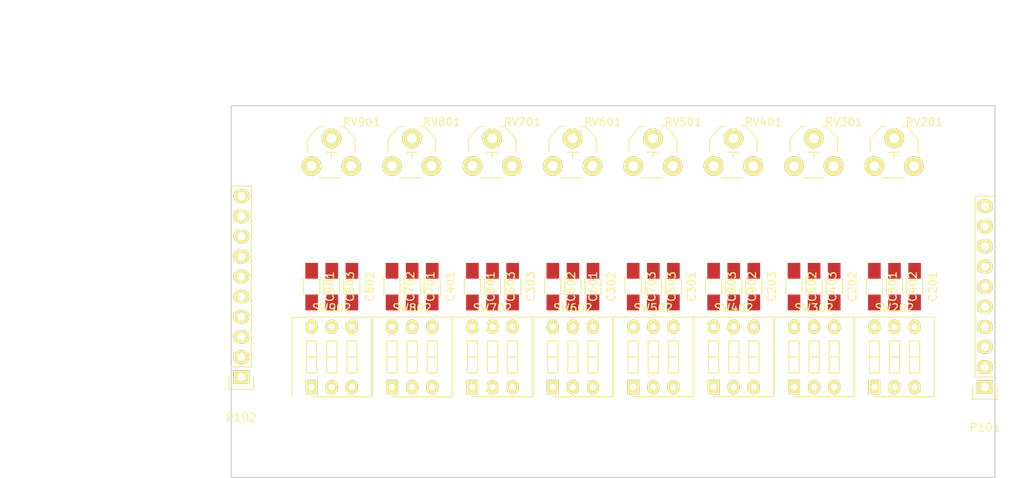
<source format=kicad_pcb>
(kicad_pcb (version 4) (host pcbnew 4.0.0-rc2-1-stable)

  (general
    (links 83)
    (no_connects 83)
    (area 0 0 0 0)
    (thickness 1.6)
    (drawings 6)
    (tracks 0)
    (zones 0)
    (modules 42)
    (nets 58)
  )

  (page A4)
  (layers
    (0 F.Cu signal)
    (31 B.Cu signal)
    (32 B.Adhes user)
    (33 F.Adhes user)
    (34 B.Paste user)
    (35 F.Paste user)
    (36 B.SilkS user)
    (37 F.SilkS user)
    (38 B.Mask user)
    (39 F.Mask user)
    (40 Dwgs.User user)
    (41 Cmts.User user)
    (42 Eco1.User user)
    (43 Eco2.User user)
    (44 Edge.Cuts user)
    (45 Margin user)
    (46 B.CrtYd user)
    (47 F.CrtYd user)
    (48 B.Fab user)
    (49 F.Fab user)
  )

  (setup
    (last_trace_width 0.25)
    (trace_clearance 0.2)
    (zone_clearance 0.508)
    (zone_45_only no)
    (trace_min 0.2)
    (segment_width 0.2)
    (edge_width 0.15)
    (via_size 0.6)
    (via_drill 0.4)
    (via_min_size 0.4)
    (via_min_drill 0.3)
    (uvia_size 0.3)
    (uvia_drill 0.1)
    (uvias_allowed no)
    (uvia_min_size 0.2)
    (uvia_min_drill 0.1)
    (pcb_text_width 0.3)
    (pcb_text_size 1.5 1.5)
    (mod_edge_width 0.15)
    (mod_text_size 1 1)
    (mod_text_width 0.15)
    (pad_size 1.524 1.524)
    (pad_drill 0.762)
    (pad_to_mask_clearance 0.2)
    (aux_axis_origin 0 0)
    (visible_elements FFFFFF7F)
    (pcbplotparams
      (layerselection 0x00030_80000001)
      (usegerberextensions false)
      (excludeedgelayer true)
      (linewidth 0.100000)
      (plotframeref false)
      (viasonmask false)
      (mode 1)
      (useauxorigin false)
      (hpglpennumber 1)
      (hpglpenspeed 20)
      (hpglpendiameter 15)
      (hpglpenoverlay 2)
      (psnegative false)
      (psa4output false)
      (plotreference true)
      (plotvalue true)
      (plotinvisibletext false)
      (padsonsilk false)
      (subtractmaskfromsilk false)
      (outputformat 1)
      (mirror false)
      (drillshape 1)
      (scaleselection 1)
      (outputdirectory ""))
  )

  (net 0 "")
  (net 1 "Net-(C201-Pad1)")
  (net 2 GND)
  (net 3 "Net-(C202-Pad1)")
  (net 4 "Net-(C203-Pad1)")
  (net 5 "Net-(C301-Pad1)")
  (net 6 "Net-(C302-Pad1)")
  (net 7 "Net-(C303-Pad1)")
  (net 8 "Net-(C401-Pad1)")
  (net 9 "Net-(C402-Pad1)")
  (net 10 "Net-(C403-Pad1)")
  (net 11 "Net-(C501-Pad1)")
  (net 12 "Net-(C502-Pad1)")
  (net 13 "Net-(C503-Pad1)")
  (net 14 "Net-(C601-Pad1)")
  (net 15 "Net-(C602-Pad1)")
  (net 16 "Net-(C603-Pad1)")
  (net 17 "Net-(C701-Pad1)")
  (net 18 "Net-(C702-Pad1)")
  (net 19 "Net-(C703-Pad1)")
  (net 20 "Net-(C801-Pad1)")
  (net 21 "Net-(C802-Pad1)")
  (net 22 "Net-(C803-Pad1)")
  (net 23 "Net-(C901-Pad1)")
  (net 24 "Net-(C902-Pad1)")
  (net 25 "Net-(C903-Pad1)")
  (net 26 Pin1)
  (net 27 Pin2)
  (net 28 Pin3)
  (net 29 Pin4)
  (net 30 Pin5)
  (net 31 Pin6)
  (net 32 Pin7)
  (net 33 Pin8)
  (net 34 Src8)
  (net 35 Src7)
  (net 36 Src6)
  (net 37 Src5)
  (net 38 Src4)
  (net 39 Src3)
  (net 40 Src2)
  (net 41 Src1)
  (net 42 "Net-(RV201-Pad2)")
  (net 43 "Net-(RV201-Pad1)")
  (net 44 "Net-(RV301-Pad2)")
  (net 45 "Net-(RV301-Pad1)")
  (net 46 "Net-(RV401-Pad2)")
  (net 47 "Net-(RV401-Pad1)")
  (net 48 "Net-(RV501-Pad2)")
  (net 49 "Net-(RV501-Pad1)")
  (net 50 "Net-(RV601-Pad2)")
  (net 51 "Net-(RV601-Pad1)")
  (net 52 "Net-(RV701-Pad2)")
  (net 53 "Net-(RV701-Pad1)")
  (net 54 "Net-(RV801-Pad2)")
  (net 55 "Net-(RV801-Pad1)")
  (net 56 "Net-(RV901-Pad2)")
  (net 57 "Net-(RV901-Pad1)")

  (net_class Default "This is the default net class."
    (clearance 0.2)
    (trace_width 0.25)
    (via_dia 0.6)
    (via_drill 0.4)
    (uvia_dia 0.3)
    (uvia_drill 0.1)
    (add_net GND)
    (add_net "Net-(C201-Pad1)")
    (add_net "Net-(C202-Pad1)")
    (add_net "Net-(C203-Pad1)")
    (add_net "Net-(C301-Pad1)")
    (add_net "Net-(C302-Pad1)")
    (add_net "Net-(C303-Pad1)")
    (add_net "Net-(C401-Pad1)")
    (add_net "Net-(C402-Pad1)")
    (add_net "Net-(C403-Pad1)")
    (add_net "Net-(C501-Pad1)")
    (add_net "Net-(C502-Pad1)")
    (add_net "Net-(C503-Pad1)")
    (add_net "Net-(C601-Pad1)")
    (add_net "Net-(C602-Pad1)")
    (add_net "Net-(C603-Pad1)")
    (add_net "Net-(C701-Pad1)")
    (add_net "Net-(C702-Pad1)")
    (add_net "Net-(C703-Pad1)")
    (add_net "Net-(C801-Pad1)")
    (add_net "Net-(C802-Pad1)")
    (add_net "Net-(C803-Pad1)")
    (add_net "Net-(C901-Pad1)")
    (add_net "Net-(C902-Pad1)")
    (add_net "Net-(C903-Pad1)")
    (add_net "Net-(RV201-Pad1)")
    (add_net "Net-(RV201-Pad2)")
    (add_net "Net-(RV301-Pad1)")
    (add_net "Net-(RV301-Pad2)")
    (add_net "Net-(RV401-Pad1)")
    (add_net "Net-(RV401-Pad2)")
    (add_net "Net-(RV501-Pad1)")
    (add_net "Net-(RV501-Pad2)")
    (add_net "Net-(RV601-Pad1)")
    (add_net "Net-(RV601-Pad2)")
    (add_net "Net-(RV701-Pad1)")
    (add_net "Net-(RV701-Pad2)")
    (add_net "Net-(RV801-Pad1)")
    (add_net "Net-(RV801-Pad2)")
    (add_net "Net-(RV901-Pad1)")
    (add_net "Net-(RV901-Pad2)")
    (add_net Pin1)
    (add_net Pin2)
    (add_net Pin3)
    (add_net Pin4)
    (add_net Pin5)
    (add_net Pin6)
    (add_net Pin7)
    (add_net Pin8)
    (add_net Src1)
    (add_net Src2)
    (add_net Src3)
    (add_net Src4)
    (add_net Src5)
    (add_net Src6)
    (add_net Src7)
    (add_net Src8)
  )

  (module Capacitors_SMD:C_1206_HandSoldering (layer F.Cu) (tedit 541A9C03) (tstamp 56D607FA)
    (at 139.7 88.9 270)
    (descr "Capacitor SMD 1206, hand soldering")
    (tags "capacitor 1206")
    (path /56D61275/56D614A7)
    (attr smd)
    (fp_text reference C201 (at 0 -2.3 270) (layer F.SilkS)
      (effects (font (size 1 1) (thickness 0.15)))
    )
    (fp_text value C_Small (at 0 2.3 270) (layer F.Fab)
      (effects (font (size 1 1) (thickness 0.15)))
    )
    (fp_line (start -3.3 -1.15) (end 3.3 -1.15) (layer F.CrtYd) (width 0.05))
    (fp_line (start -3.3 1.15) (end 3.3 1.15) (layer F.CrtYd) (width 0.05))
    (fp_line (start -3.3 -1.15) (end -3.3 1.15) (layer F.CrtYd) (width 0.05))
    (fp_line (start 3.3 -1.15) (end 3.3 1.15) (layer F.CrtYd) (width 0.05))
    (fp_line (start 1 -1.025) (end -1 -1.025) (layer F.SilkS) (width 0.15))
    (fp_line (start -1 1.025) (end 1 1.025) (layer F.SilkS) (width 0.15))
    (pad 1 smd rect (at -2 0 270) (size 2 1.6) (layers F.Cu F.Paste F.Mask)
      (net 1 "Net-(C201-Pad1)"))
    (pad 2 smd rect (at 2 0 270) (size 2 1.6) (layers F.Cu F.Paste F.Mask)
      (net 2 GND))
    (model Capacitors_SMD.3dshapes/C_1206_HandSoldering.wrl
      (at (xyz 0 0 0))
      (scale (xyz 1 1 1))
      (rotate (xyz 0 0 0))
    )
  )

  (module Capacitors_SMD:C_1206_HandSoldering (layer F.Cu) (tedit 541A9C03) (tstamp 56D60806)
    (at 129.54 88.9 270)
    (descr "Capacitor SMD 1206, hand soldering")
    (tags "capacitor 1206")
    (path /56D61275/56D6147F)
    (attr smd)
    (fp_text reference C202 (at 0 -2.3 270) (layer F.SilkS)
      (effects (font (size 1 1) (thickness 0.15)))
    )
    (fp_text value C_Small (at 0 2.3 270) (layer F.Fab)
      (effects (font (size 1 1) (thickness 0.15)))
    )
    (fp_line (start -3.3 -1.15) (end 3.3 -1.15) (layer F.CrtYd) (width 0.05))
    (fp_line (start -3.3 1.15) (end 3.3 1.15) (layer F.CrtYd) (width 0.05))
    (fp_line (start -3.3 -1.15) (end -3.3 1.15) (layer F.CrtYd) (width 0.05))
    (fp_line (start 3.3 -1.15) (end 3.3 1.15) (layer F.CrtYd) (width 0.05))
    (fp_line (start 1 -1.025) (end -1 -1.025) (layer F.SilkS) (width 0.15))
    (fp_line (start -1 1.025) (end 1 1.025) (layer F.SilkS) (width 0.15))
    (pad 1 smd rect (at -2 0 270) (size 2 1.6) (layers F.Cu F.Paste F.Mask)
      (net 3 "Net-(C202-Pad1)"))
    (pad 2 smd rect (at 2 0 270) (size 2 1.6) (layers F.Cu F.Paste F.Mask)
      (net 2 GND))
    (model Capacitors_SMD.3dshapes/C_1206_HandSoldering.wrl
      (at (xyz 0 0 0))
      (scale (xyz 1 1 1))
      (rotate (xyz 0 0 0))
    )
  )

  (module Capacitors_SMD:C_1206_HandSoldering (layer F.Cu) (tedit 541A9C03) (tstamp 56D60812)
    (at 119.38 88.9 270)
    (descr "Capacitor SMD 1206, hand soldering")
    (tags "capacitor 1206")
    (path /56D61275/56D6142F)
    (attr smd)
    (fp_text reference C203 (at 0 -2.3 270) (layer F.SilkS)
      (effects (font (size 1 1) (thickness 0.15)))
    )
    (fp_text value C_Small (at 0 2.3 270) (layer F.Fab)
      (effects (font (size 1 1) (thickness 0.15)))
    )
    (fp_line (start -3.3 -1.15) (end 3.3 -1.15) (layer F.CrtYd) (width 0.05))
    (fp_line (start -3.3 1.15) (end 3.3 1.15) (layer F.CrtYd) (width 0.05))
    (fp_line (start -3.3 -1.15) (end -3.3 1.15) (layer F.CrtYd) (width 0.05))
    (fp_line (start 3.3 -1.15) (end 3.3 1.15) (layer F.CrtYd) (width 0.05))
    (fp_line (start 1 -1.025) (end -1 -1.025) (layer F.SilkS) (width 0.15))
    (fp_line (start -1 1.025) (end 1 1.025) (layer F.SilkS) (width 0.15))
    (pad 1 smd rect (at -2 0 270) (size 2 1.6) (layers F.Cu F.Paste F.Mask)
      (net 4 "Net-(C203-Pad1)"))
    (pad 2 smd rect (at 2 0 270) (size 2 1.6) (layers F.Cu F.Paste F.Mask)
      (net 2 GND))
    (model Capacitors_SMD.3dshapes/C_1206_HandSoldering.wrl
      (at (xyz 0 0 0))
      (scale (xyz 1 1 1))
      (rotate (xyz 0 0 0))
    )
  )

  (module Capacitors_SMD:C_1206_HandSoldering (layer F.Cu) (tedit 541A9C03) (tstamp 56D6081E)
    (at 109.22 88.9 270)
    (descr "Capacitor SMD 1206, hand soldering")
    (tags "capacitor 1206")
    (path /56D61AB8/56D614A7)
    (attr smd)
    (fp_text reference C301 (at 0 -2.3 270) (layer F.SilkS)
      (effects (font (size 1 1) (thickness 0.15)))
    )
    (fp_text value C_Small (at 0 2.3 270) (layer F.Fab)
      (effects (font (size 1 1) (thickness 0.15)))
    )
    (fp_line (start -3.3 -1.15) (end 3.3 -1.15) (layer F.CrtYd) (width 0.05))
    (fp_line (start -3.3 1.15) (end 3.3 1.15) (layer F.CrtYd) (width 0.05))
    (fp_line (start -3.3 -1.15) (end -3.3 1.15) (layer F.CrtYd) (width 0.05))
    (fp_line (start 3.3 -1.15) (end 3.3 1.15) (layer F.CrtYd) (width 0.05))
    (fp_line (start 1 -1.025) (end -1 -1.025) (layer F.SilkS) (width 0.15))
    (fp_line (start -1 1.025) (end 1 1.025) (layer F.SilkS) (width 0.15))
    (pad 1 smd rect (at -2 0 270) (size 2 1.6) (layers F.Cu F.Paste F.Mask)
      (net 5 "Net-(C301-Pad1)"))
    (pad 2 smd rect (at 2 0 270) (size 2 1.6) (layers F.Cu F.Paste F.Mask)
      (net 2 GND))
    (model Capacitors_SMD.3dshapes/C_1206_HandSoldering.wrl
      (at (xyz 0 0 0))
      (scale (xyz 1 1 1))
      (rotate (xyz 0 0 0))
    )
  )

  (module Capacitors_SMD:C_1206_HandSoldering (layer F.Cu) (tedit 541A9C03) (tstamp 56D6082A)
    (at 99.06 88.9 270)
    (descr "Capacitor SMD 1206, hand soldering")
    (tags "capacitor 1206")
    (path /56D61AB8/56D6147F)
    (attr smd)
    (fp_text reference C302 (at 0 -2.3 270) (layer F.SilkS)
      (effects (font (size 1 1) (thickness 0.15)))
    )
    (fp_text value C_Small (at 0 2.3 270) (layer F.Fab)
      (effects (font (size 1 1) (thickness 0.15)))
    )
    (fp_line (start -3.3 -1.15) (end 3.3 -1.15) (layer F.CrtYd) (width 0.05))
    (fp_line (start -3.3 1.15) (end 3.3 1.15) (layer F.CrtYd) (width 0.05))
    (fp_line (start -3.3 -1.15) (end -3.3 1.15) (layer F.CrtYd) (width 0.05))
    (fp_line (start 3.3 -1.15) (end 3.3 1.15) (layer F.CrtYd) (width 0.05))
    (fp_line (start 1 -1.025) (end -1 -1.025) (layer F.SilkS) (width 0.15))
    (fp_line (start -1 1.025) (end 1 1.025) (layer F.SilkS) (width 0.15))
    (pad 1 smd rect (at -2 0 270) (size 2 1.6) (layers F.Cu F.Paste F.Mask)
      (net 6 "Net-(C302-Pad1)"))
    (pad 2 smd rect (at 2 0 270) (size 2 1.6) (layers F.Cu F.Paste F.Mask)
      (net 2 GND))
    (model Capacitors_SMD.3dshapes/C_1206_HandSoldering.wrl
      (at (xyz 0 0 0))
      (scale (xyz 1 1 1))
      (rotate (xyz 0 0 0))
    )
  )

  (module Capacitors_SMD:C_1206_HandSoldering (layer F.Cu) (tedit 541A9C03) (tstamp 56D60836)
    (at 88.9 88.9 270)
    (descr "Capacitor SMD 1206, hand soldering")
    (tags "capacitor 1206")
    (path /56D61AB8/56D6142F)
    (attr smd)
    (fp_text reference C303 (at 0 -2.3 270) (layer F.SilkS)
      (effects (font (size 1 1) (thickness 0.15)))
    )
    (fp_text value C_Small (at 0 2.3 270) (layer F.Fab)
      (effects (font (size 1 1) (thickness 0.15)))
    )
    (fp_line (start -3.3 -1.15) (end 3.3 -1.15) (layer F.CrtYd) (width 0.05))
    (fp_line (start -3.3 1.15) (end 3.3 1.15) (layer F.CrtYd) (width 0.05))
    (fp_line (start -3.3 -1.15) (end -3.3 1.15) (layer F.CrtYd) (width 0.05))
    (fp_line (start 3.3 -1.15) (end 3.3 1.15) (layer F.CrtYd) (width 0.05))
    (fp_line (start 1 -1.025) (end -1 -1.025) (layer F.SilkS) (width 0.15))
    (fp_line (start -1 1.025) (end 1 1.025) (layer F.SilkS) (width 0.15))
    (pad 1 smd rect (at -2 0 270) (size 2 1.6) (layers F.Cu F.Paste F.Mask)
      (net 7 "Net-(C303-Pad1)"))
    (pad 2 smd rect (at 2 0 270) (size 2 1.6) (layers F.Cu F.Paste F.Mask)
      (net 2 GND))
    (model Capacitors_SMD.3dshapes/C_1206_HandSoldering.wrl
      (at (xyz 0 0 0))
      (scale (xyz 1 1 1))
      (rotate (xyz 0 0 0))
    )
  )

  (module Capacitors_SMD:C_1206_HandSoldering (layer F.Cu) (tedit 541A9C03) (tstamp 56D60842)
    (at 78.74 88.9 270)
    (descr "Capacitor SMD 1206, hand soldering")
    (tags "capacitor 1206")
    (path /56D620FB/56D614A7)
    (attr smd)
    (fp_text reference C401 (at 0 -2.3 270) (layer F.SilkS)
      (effects (font (size 1 1) (thickness 0.15)))
    )
    (fp_text value C_Small (at 0 2.3 270) (layer F.Fab)
      (effects (font (size 1 1) (thickness 0.15)))
    )
    (fp_line (start -3.3 -1.15) (end 3.3 -1.15) (layer F.CrtYd) (width 0.05))
    (fp_line (start -3.3 1.15) (end 3.3 1.15) (layer F.CrtYd) (width 0.05))
    (fp_line (start -3.3 -1.15) (end -3.3 1.15) (layer F.CrtYd) (width 0.05))
    (fp_line (start 3.3 -1.15) (end 3.3 1.15) (layer F.CrtYd) (width 0.05))
    (fp_line (start 1 -1.025) (end -1 -1.025) (layer F.SilkS) (width 0.15))
    (fp_line (start -1 1.025) (end 1 1.025) (layer F.SilkS) (width 0.15))
    (pad 1 smd rect (at -2 0 270) (size 2 1.6) (layers F.Cu F.Paste F.Mask)
      (net 8 "Net-(C401-Pad1)"))
    (pad 2 smd rect (at 2 0 270) (size 2 1.6) (layers F.Cu F.Paste F.Mask)
      (net 2 GND))
    (model Capacitors_SMD.3dshapes/C_1206_HandSoldering.wrl
      (at (xyz 0 0 0))
      (scale (xyz 1 1 1))
      (rotate (xyz 0 0 0))
    )
  )

  (module Capacitors_SMD:C_1206_HandSoldering (layer F.Cu) (tedit 541A9C03) (tstamp 56D6084E)
    (at 137.16 88.9 270)
    (descr "Capacitor SMD 1206, hand soldering")
    (tags "capacitor 1206")
    (path /56D620FB/56D6147F)
    (attr smd)
    (fp_text reference C402 (at 0 -2.3 270) (layer F.SilkS)
      (effects (font (size 1 1) (thickness 0.15)))
    )
    (fp_text value C_Small (at 0 2.3 270) (layer F.Fab)
      (effects (font (size 1 1) (thickness 0.15)))
    )
    (fp_line (start -3.3 -1.15) (end 3.3 -1.15) (layer F.CrtYd) (width 0.05))
    (fp_line (start -3.3 1.15) (end 3.3 1.15) (layer F.CrtYd) (width 0.05))
    (fp_line (start -3.3 -1.15) (end -3.3 1.15) (layer F.CrtYd) (width 0.05))
    (fp_line (start 3.3 -1.15) (end 3.3 1.15) (layer F.CrtYd) (width 0.05))
    (fp_line (start 1 -1.025) (end -1 -1.025) (layer F.SilkS) (width 0.15))
    (fp_line (start -1 1.025) (end 1 1.025) (layer F.SilkS) (width 0.15))
    (pad 1 smd rect (at -2 0 270) (size 2 1.6) (layers F.Cu F.Paste F.Mask)
      (net 9 "Net-(C402-Pad1)"))
    (pad 2 smd rect (at 2 0 270) (size 2 1.6) (layers F.Cu F.Paste F.Mask)
      (net 2 GND))
    (model Capacitors_SMD.3dshapes/C_1206_HandSoldering.wrl
      (at (xyz 0 0 0))
      (scale (xyz 1 1 1))
      (rotate (xyz 0 0 0))
    )
  )

  (module Capacitors_SMD:C_1206_HandSoldering (layer F.Cu) (tedit 541A9C03) (tstamp 56D6085A)
    (at 127 88.9 270)
    (descr "Capacitor SMD 1206, hand soldering")
    (tags "capacitor 1206")
    (path /56D620FB/56D6142F)
    (attr smd)
    (fp_text reference C403 (at 0 -2.3 270) (layer F.SilkS)
      (effects (font (size 1 1) (thickness 0.15)))
    )
    (fp_text value C_Small (at 0 2.3 270) (layer F.Fab)
      (effects (font (size 1 1) (thickness 0.15)))
    )
    (fp_line (start -3.3 -1.15) (end 3.3 -1.15) (layer F.CrtYd) (width 0.05))
    (fp_line (start -3.3 1.15) (end 3.3 1.15) (layer F.CrtYd) (width 0.05))
    (fp_line (start -3.3 -1.15) (end -3.3 1.15) (layer F.CrtYd) (width 0.05))
    (fp_line (start 3.3 -1.15) (end 3.3 1.15) (layer F.CrtYd) (width 0.05))
    (fp_line (start 1 -1.025) (end -1 -1.025) (layer F.SilkS) (width 0.15))
    (fp_line (start -1 1.025) (end 1 1.025) (layer F.SilkS) (width 0.15))
    (pad 1 smd rect (at -2 0 270) (size 2 1.6) (layers F.Cu F.Paste F.Mask)
      (net 10 "Net-(C403-Pad1)"))
    (pad 2 smd rect (at 2 0 270) (size 2 1.6) (layers F.Cu F.Paste F.Mask)
      (net 2 GND))
    (model Capacitors_SMD.3dshapes/C_1206_HandSoldering.wrl
      (at (xyz 0 0 0))
      (scale (xyz 1 1 1))
      (rotate (xyz 0 0 0))
    )
  )

  (module Capacitors_SMD:C_1206_HandSoldering (layer F.Cu) (tedit 541A9C03) (tstamp 56D60866)
    (at 134.62 88.9 270)
    (descr "Capacitor SMD 1206, hand soldering")
    (tags "capacitor 1206")
    (path /56D62100/56D614A7)
    (attr smd)
    (fp_text reference C501 (at 0 -2.3 270) (layer F.SilkS)
      (effects (font (size 1 1) (thickness 0.15)))
    )
    (fp_text value C_Small (at 0 2.3 270) (layer F.Fab)
      (effects (font (size 1 1) (thickness 0.15)))
    )
    (fp_line (start -3.3 -1.15) (end 3.3 -1.15) (layer F.CrtYd) (width 0.05))
    (fp_line (start -3.3 1.15) (end 3.3 1.15) (layer F.CrtYd) (width 0.05))
    (fp_line (start -3.3 -1.15) (end -3.3 1.15) (layer F.CrtYd) (width 0.05))
    (fp_line (start 3.3 -1.15) (end 3.3 1.15) (layer F.CrtYd) (width 0.05))
    (fp_line (start 1 -1.025) (end -1 -1.025) (layer F.SilkS) (width 0.15))
    (fp_line (start -1 1.025) (end 1 1.025) (layer F.SilkS) (width 0.15))
    (pad 1 smd rect (at -2 0 270) (size 2 1.6) (layers F.Cu F.Paste F.Mask)
      (net 11 "Net-(C501-Pad1)"))
    (pad 2 smd rect (at 2 0 270) (size 2 1.6) (layers F.Cu F.Paste F.Mask)
      (net 2 GND))
    (model Capacitors_SMD.3dshapes/C_1206_HandSoldering.wrl
      (at (xyz 0 0 0))
      (scale (xyz 1 1 1))
      (rotate (xyz 0 0 0))
    )
  )

  (module Capacitors_SMD:C_1206_HandSoldering (layer F.Cu) (tedit 541A9C03) (tstamp 56D60872)
    (at 124.46 88.9 270)
    (descr "Capacitor SMD 1206, hand soldering")
    (tags "capacitor 1206")
    (path /56D62100/56D6147F)
    (attr smd)
    (fp_text reference C502 (at 0 -2.3 270) (layer F.SilkS)
      (effects (font (size 1 1) (thickness 0.15)))
    )
    (fp_text value C_Small (at 0 2.3 270) (layer F.Fab)
      (effects (font (size 1 1) (thickness 0.15)))
    )
    (fp_line (start -3.3 -1.15) (end 3.3 -1.15) (layer F.CrtYd) (width 0.05))
    (fp_line (start -3.3 1.15) (end 3.3 1.15) (layer F.CrtYd) (width 0.05))
    (fp_line (start -3.3 -1.15) (end -3.3 1.15) (layer F.CrtYd) (width 0.05))
    (fp_line (start 3.3 -1.15) (end 3.3 1.15) (layer F.CrtYd) (width 0.05))
    (fp_line (start 1 -1.025) (end -1 -1.025) (layer F.SilkS) (width 0.15))
    (fp_line (start -1 1.025) (end 1 1.025) (layer F.SilkS) (width 0.15))
    (pad 1 smd rect (at -2 0 270) (size 2 1.6) (layers F.Cu F.Paste F.Mask)
      (net 12 "Net-(C502-Pad1)"))
    (pad 2 smd rect (at 2 0 270) (size 2 1.6) (layers F.Cu F.Paste F.Mask)
      (net 2 GND))
    (model Capacitors_SMD.3dshapes/C_1206_HandSoldering.wrl
      (at (xyz 0 0 0))
      (scale (xyz 1 1 1))
      (rotate (xyz 0 0 0))
    )
  )

  (module Capacitors_SMD:C_1206_HandSoldering (layer F.Cu) (tedit 541A9C03) (tstamp 56D6087E)
    (at 106.68 88.9 270)
    (descr "Capacitor SMD 1206, hand soldering")
    (tags "capacitor 1206")
    (path /56D62100/56D6142F)
    (attr smd)
    (fp_text reference C503 (at 0 -2.3 270) (layer F.SilkS)
      (effects (font (size 1 1) (thickness 0.15)))
    )
    (fp_text value C_Small (at 0 2.3 270) (layer F.Fab)
      (effects (font (size 1 1) (thickness 0.15)))
    )
    (fp_line (start -3.3 -1.15) (end 3.3 -1.15) (layer F.CrtYd) (width 0.05))
    (fp_line (start -3.3 1.15) (end 3.3 1.15) (layer F.CrtYd) (width 0.05))
    (fp_line (start -3.3 -1.15) (end -3.3 1.15) (layer F.CrtYd) (width 0.05))
    (fp_line (start 3.3 -1.15) (end 3.3 1.15) (layer F.CrtYd) (width 0.05))
    (fp_line (start 1 -1.025) (end -1 -1.025) (layer F.SilkS) (width 0.15))
    (fp_line (start -1 1.025) (end 1 1.025) (layer F.SilkS) (width 0.15))
    (pad 1 smd rect (at -2 0 270) (size 2 1.6) (layers F.Cu F.Paste F.Mask)
      (net 13 "Net-(C503-Pad1)"))
    (pad 2 smd rect (at 2 0 270) (size 2 1.6) (layers F.Cu F.Paste F.Mask)
      (net 2 GND))
    (model Capacitors_SMD.3dshapes/C_1206_HandSoldering.wrl
      (at (xyz 0 0 0))
      (scale (xyz 1 1 1))
      (rotate (xyz 0 0 0))
    )
  )

  (module Capacitors_SMD:C_1206_HandSoldering (layer F.Cu) (tedit 56D6081A) (tstamp 56D6088A)
    (at 96.52 88.9 270)
    (descr "Capacitor SMD 1206, hand soldering")
    (tags "capacitor 1206")
    (path /56D62CED/56D614A7)
    (attr smd)
    (fp_text reference C601 (at 0 -2.54 270) (layer F.SilkS)
      (effects (font (size 1 1) (thickness 0.15)))
    )
    (fp_text value C_Small (at 0 2.3 270) (layer F.Fab)
      (effects (font (size 1 1) (thickness 0.15)))
    )
    (fp_line (start -3.3 -1.15) (end 3.3 -1.15) (layer F.CrtYd) (width 0.05))
    (fp_line (start -3.3 1.15) (end 3.3 1.15) (layer F.CrtYd) (width 0.05))
    (fp_line (start -3.3 -1.15) (end -3.3 1.15) (layer F.CrtYd) (width 0.05))
    (fp_line (start 3.3 -1.15) (end 3.3 1.15) (layer F.CrtYd) (width 0.05))
    (fp_line (start 1 -1.025) (end -1 -1.025) (layer F.SilkS) (width 0.15))
    (fp_line (start -1 1.025) (end 1 1.025) (layer F.SilkS) (width 0.15))
    (pad 1 smd rect (at -2 0 270) (size 2 1.6) (layers F.Cu F.Paste F.Mask)
      (net 14 "Net-(C601-Pad1)"))
    (pad 2 smd rect (at 2 0 270) (size 2 1.6) (layers F.Cu F.Paste F.Mask)
      (net 2 GND))
    (model Capacitors_SMD.3dshapes/C_1206_HandSoldering.wrl
      (at (xyz 0 0 0))
      (scale (xyz 1 1 1))
      (rotate (xyz 0 0 0))
    )
  )

  (module Capacitors_SMD:C_1206_HandSoldering (layer F.Cu) (tedit 541A9C03) (tstamp 56D60896)
    (at 93.98 88.9 270)
    (descr "Capacitor SMD 1206, hand soldering")
    (tags "capacitor 1206")
    (path /56D62CED/56D6147F)
    (attr smd)
    (fp_text reference C602 (at 0 -2.3 270) (layer F.SilkS)
      (effects (font (size 1 1) (thickness 0.15)))
    )
    (fp_text value C_Small (at 0 2.3 270) (layer F.Fab)
      (effects (font (size 1 1) (thickness 0.15)))
    )
    (fp_line (start -3.3 -1.15) (end 3.3 -1.15) (layer F.CrtYd) (width 0.05))
    (fp_line (start -3.3 1.15) (end 3.3 1.15) (layer F.CrtYd) (width 0.05))
    (fp_line (start -3.3 -1.15) (end -3.3 1.15) (layer F.CrtYd) (width 0.05))
    (fp_line (start 3.3 -1.15) (end 3.3 1.15) (layer F.CrtYd) (width 0.05))
    (fp_line (start 1 -1.025) (end -1 -1.025) (layer F.SilkS) (width 0.15))
    (fp_line (start -1 1.025) (end 1 1.025) (layer F.SilkS) (width 0.15))
    (pad 1 smd rect (at -2 0 270) (size 2 1.6) (layers F.Cu F.Paste F.Mask)
      (net 15 "Net-(C602-Pad1)"))
    (pad 2 smd rect (at 2 0 270) (size 2 1.6) (layers F.Cu F.Paste F.Mask)
      (net 2 GND))
    (model Capacitors_SMD.3dshapes/C_1206_HandSoldering.wrl
      (at (xyz 0 0 0))
      (scale (xyz 1 1 1))
      (rotate (xyz 0 0 0))
    )
  )

  (module Capacitors_SMD:C_1206_HandSoldering (layer F.Cu) (tedit 541A9C03) (tstamp 56D608A2)
    (at 86.36 88.9 270)
    (descr "Capacitor SMD 1206, hand soldering")
    (tags "capacitor 1206")
    (path /56D62CED/56D6142F)
    (attr smd)
    (fp_text reference C603 (at 0 -2.3 270) (layer F.SilkS)
      (effects (font (size 1 1) (thickness 0.15)))
    )
    (fp_text value C_Small (at 0 2.3 270) (layer F.Fab)
      (effects (font (size 1 1) (thickness 0.15)))
    )
    (fp_line (start -3.3 -1.15) (end 3.3 -1.15) (layer F.CrtYd) (width 0.05))
    (fp_line (start -3.3 1.15) (end 3.3 1.15) (layer F.CrtYd) (width 0.05))
    (fp_line (start -3.3 -1.15) (end -3.3 1.15) (layer F.CrtYd) (width 0.05))
    (fp_line (start 3.3 -1.15) (end 3.3 1.15) (layer F.CrtYd) (width 0.05))
    (fp_line (start 1 -1.025) (end -1 -1.025) (layer F.SilkS) (width 0.15))
    (fp_line (start -1 1.025) (end 1 1.025) (layer F.SilkS) (width 0.15))
    (pad 1 smd rect (at -2 0 270) (size 2 1.6) (layers F.Cu F.Paste F.Mask)
      (net 16 "Net-(C603-Pad1)"))
    (pad 2 smd rect (at 2 0 270) (size 2 1.6) (layers F.Cu F.Paste F.Mask)
      (net 2 GND))
    (model Capacitors_SMD.3dshapes/C_1206_HandSoldering.wrl
      (at (xyz 0 0 0))
      (scale (xyz 1 1 1))
      (rotate (xyz 0 0 0))
    )
  )

  (module Capacitors_SMD:C_1206_HandSoldering (layer F.Cu) (tedit 541A9C03) (tstamp 56D608AE)
    (at 76.2 88.9 270)
    (descr "Capacitor SMD 1206, hand soldering")
    (tags "capacitor 1206")
    (path /56D62CF2/56D614A7)
    (attr smd)
    (fp_text reference C701 (at 0 -2.3 270) (layer F.SilkS)
      (effects (font (size 1 1) (thickness 0.15)))
    )
    (fp_text value C_Small (at 0 2.3 270) (layer F.Fab)
      (effects (font (size 1 1) (thickness 0.15)))
    )
    (fp_line (start -3.3 -1.15) (end 3.3 -1.15) (layer F.CrtYd) (width 0.05))
    (fp_line (start -3.3 1.15) (end 3.3 1.15) (layer F.CrtYd) (width 0.05))
    (fp_line (start -3.3 -1.15) (end -3.3 1.15) (layer F.CrtYd) (width 0.05))
    (fp_line (start 3.3 -1.15) (end 3.3 1.15) (layer F.CrtYd) (width 0.05))
    (fp_line (start 1 -1.025) (end -1 -1.025) (layer F.SilkS) (width 0.15))
    (fp_line (start -1 1.025) (end 1 1.025) (layer F.SilkS) (width 0.15))
    (pad 1 smd rect (at -2 0 270) (size 2 1.6) (layers F.Cu F.Paste F.Mask)
      (net 17 "Net-(C701-Pad1)"))
    (pad 2 smd rect (at 2 0 270) (size 2 1.6) (layers F.Cu F.Paste F.Mask)
      (net 2 GND))
    (model Capacitors_SMD.3dshapes/C_1206_HandSoldering.wrl
      (at (xyz 0 0 0))
      (scale (xyz 1 1 1))
      (rotate (xyz 0 0 0))
    )
  )

  (module Capacitors_SMD:C_1206_HandSoldering (layer F.Cu) (tedit 541A9C03) (tstamp 56D608BA)
    (at 73.66 88.9 270)
    (descr "Capacitor SMD 1206, hand soldering")
    (tags "capacitor 1206")
    (path /56D62CF2/56D6147F)
    (attr smd)
    (fp_text reference C702 (at 0 -2.3 270) (layer F.SilkS)
      (effects (font (size 1 1) (thickness 0.15)))
    )
    (fp_text value C_Small (at 0 2.3 270) (layer F.Fab)
      (effects (font (size 1 1) (thickness 0.15)))
    )
    (fp_line (start -3.3 -1.15) (end 3.3 -1.15) (layer F.CrtYd) (width 0.05))
    (fp_line (start -3.3 1.15) (end 3.3 1.15) (layer F.CrtYd) (width 0.05))
    (fp_line (start -3.3 -1.15) (end -3.3 1.15) (layer F.CrtYd) (width 0.05))
    (fp_line (start 3.3 -1.15) (end 3.3 1.15) (layer F.CrtYd) (width 0.05))
    (fp_line (start 1 -1.025) (end -1 -1.025) (layer F.SilkS) (width 0.15))
    (fp_line (start -1 1.025) (end 1 1.025) (layer F.SilkS) (width 0.15))
    (pad 1 smd rect (at -2 0 270) (size 2 1.6) (layers F.Cu F.Paste F.Mask)
      (net 18 "Net-(C702-Pad1)"))
    (pad 2 smd rect (at 2 0 270) (size 2 1.6) (layers F.Cu F.Paste F.Mask)
      (net 2 GND))
    (model Capacitors_SMD.3dshapes/C_1206_HandSoldering.wrl
      (at (xyz 0 0 0))
      (scale (xyz 1 1 1))
      (rotate (xyz 0 0 0))
    )
  )

  (module Capacitors_SMD:C_1206_HandSoldering (layer F.Cu) (tedit 541A9C03) (tstamp 56D608C6)
    (at 104.14 88.9 270)
    (descr "Capacitor SMD 1206, hand soldering")
    (tags "capacitor 1206")
    (path /56D62CF2/56D6142F)
    (attr smd)
    (fp_text reference C703 (at 0 -2.3 270) (layer F.SilkS)
      (effects (font (size 1 1) (thickness 0.15)))
    )
    (fp_text value C_Small (at 0 2.3 270) (layer F.Fab)
      (effects (font (size 1 1) (thickness 0.15)))
    )
    (fp_line (start -3.3 -1.15) (end 3.3 -1.15) (layer F.CrtYd) (width 0.05))
    (fp_line (start -3.3 1.15) (end 3.3 1.15) (layer F.CrtYd) (width 0.05))
    (fp_line (start -3.3 -1.15) (end -3.3 1.15) (layer F.CrtYd) (width 0.05))
    (fp_line (start 3.3 -1.15) (end 3.3 1.15) (layer F.CrtYd) (width 0.05))
    (fp_line (start 1 -1.025) (end -1 -1.025) (layer F.SilkS) (width 0.15))
    (fp_line (start -1 1.025) (end 1 1.025) (layer F.SilkS) (width 0.15))
    (pad 1 smd rect (at -2 0 270) (size 2 1.6) (layers F.Cu F.Paste F.Mask)
      (net 19 "Net-(C703-Pad1)"))
    (pad 2 smd rect (at 2 0 270) (size 2 1.6) (layers F.Cu F.Paste F.Mask)
      (net 2 GND))
    (model Capacitors_SMD.3dshapes/C_1206_HandSoldering.wrl
      (at (xyz 0 0 0))
      (scale (xyz 1 1 1))
      (rotate (xyz 0 0 0))
    )
  )

  (module Capacitors_SMD:C_1206_HandSoldering (layer F.Cu) (tedit 541A9C03) (tstamp 56D608D2)
    (at 83.82 88.9 270)
    (descr "Capacitor SMD 1206, hand soldering")
    (tags "capacitor 1206")
    (path /56D62CF7/56D614A7)
    (attr smd)
    (fp_text reference C801 (at 0 -2.3 270) (layer F.SilkS)
      (effects (font (size 1 1) (thickness 0.15)))
    )
    (fp_text value C_Small (at 0 2.3 270) (layer F.Fab)
      (effects (font (size 1 1) (thickness 0.15)))
    )
    (fp_line (start -3.3 -1.15) (end 3.3 -1.15) (layer F.CrtYd) (width 0.05))
    (fp_line (start -3.3 1.15) (end 3.3 1.15) (layer F.CrtYd) (width 0.05))
    (fp_line (start -3.3 -1.15) (end -3.3 1.15) (layer F.CrtYd) (width 0.05))
    (fp_line (start 3.3 -1.15) (end 3.3 1.15) (layer F.CrtYd) (width 0.05))
    (fp_line (start 1 -1.025) (end -1 -1.025) (layer F.SilkS) (width 0.15))
    (fp_line (start -1 1.025) (end 1 1.025) (layer F.SilkS) (width 0.15))
    (pad 1 smd rect (at -2 0 270) (size 2 1.6) (layers F.Cu F.Paste F.Mask)
      (net 20 "Net-(C801-Pad1)"))
    (pad 2 smd rect (at 2 0 270) (size 2 1.6) (layers F.Cu F.Paste F.Mask)
      (net 2 GND))
    (model Capacitors_SMD.3dshapes/C_1206_HandSoldering.wrl
      (at (xyz 0 0 0))
      (scale (xyz 1 1 1))
      (rotate (xyz 0 0 0))
    )
  )

  (module Capacitors_SMD:C_1206_HandSoldering (layer F.Cu) (tedit 541A9C03) (tstamp 56D608DE)
    (at 68.58 88.9 270)
    (descr "Capacitor SMD 1206, hand soldering")
    (tags "capacitor 1206")
    (path /56D62CF7/56D6147F)
    (attr smd)
    (fp_text reference C802 (at 0 -2.3 270) (layer F.SilkS)
      (effects (font (size 1 1) (thickness 0.15)))
    )
    (fp_text value C_Small (at 0 2.3 270) (layer F.Fab)
      (effects (font (size 1 1) (thickness 0.15)))
    )
    (fp_line (start -3.3 -1.15) (end 3.3 -1.15) (layer F.CrtYd) (width 0.05))
    (fp_line (start -3.3 1.15) (end 3.3 1.15) (layer F.CrtYd) (width 0.05))
    (fp_line (start -3.3 -1.15) (end -3.3 1.15) (layer F.CrtYd) (width 0.05))
    (fp_line (start 3.3 -1.15) (end 3.3 1.15) (layer F.CrtYd) (width 0.05))
    (fp_line (start 1 -1.025) (end -1 -1.025) (layer F.SilkS) (width 0.15))
    (fp_line (start -1 1.025) (end 1 1.025) (layer F.SilkS) (width 0.15))
    (pad 1 smd rect (at -2 0 270) (size 2 1.6) (layers F.Cu F.Paste F.Mask)
      (net 21 "Net-(C802-Pad1)"))
    (pad 2 smd rect (at 2 0 270) (size 2 1.6) (layers F.Cu F.Paste F.Mask)
      (net 2 GND))
    (model Capacitors_SMD.3dshapes/C_1206_HandSoldering.wrl
      (at (xyz 0 0 0))
      (scale (xyz 1 1 1))
      (rotate (xyz 0 0 0))
    )
  )

  (module Capacitors_SMD:C_1206_HandSoldering (layer F.Cu) (tedit 541A9C03) (tstamp 56D608EA)
    (at 66.04 88.9 270)
    (descr "Capacitor SMD 1206, hand soldering")
    (tags "capacitor 1206")
    (path /56D62CF7/56D6142F)
    (attr smd)
    (fp_text reference C803 (at 0 -2.3 270) (layer F.SilkS)
      (effects (font (size 1 1) (thickness 0.15)))
    )
    (fp_text value C_Small (at 0 2.3 270) (layer F.Fab)
      (effects (font (size 1 1) (thickness 0.15)))
    )
    (fp_line (start -3.3 -1.15) (end 3.3 -1.15) (layer F.CrtYd) (width 0.05))
    (fp_line (start -3.3 1.15) (end 3.3 1.15) (layer F.CrtYd) (width 0.05))
    (fp_line (start -3.3 -1.15) (end -3.3 1.15) (layer F.CrtYd) (width 0.05))
    (fp_line (start 3.3 -1.15) (end 3.3 1.15) (layer F.CrtYd) (width 0.05))
    (fp_line (start 1 -1.025) (end -1 -1.025) (layer F.SilkS) (width 0.15))
    (fp_line (start -1 1.025) (end 1 1.025) (layer F.SilkS) (width 0.15))
    (pad 1 smd rect (at -2 0 270) (size 2 1.6) (layers F.Cu F.Paste F.Mask)
      (net 22 "Net-(C803-Pad1)"))
    (pad 2 smd rect (at 2 0 270) (size 2 1.6) (layers F.Cu F.Paste F.Mask)
      (net 2 GND))
    (model Capacitors_SMD.3dshapes/C_1206_HandSoldering.wrl
      (at (xyz 0 0 0))
      (scale (xyz 1 1 1))
      (rotate (xyz 0 0 0))
    )
  )

  (module Capacitors_SMD:C_1206_HandSoldering (layer F.Cu) (tedit 541A9C03) (tstamp 56D608F6)
    (at 63.5 88.9 270)
    (descr "Capacitor SMD 1206, hand soldering")
    (tags "capacitor 1206")
    (path /56D62CFC/56D614A7)
    (attr smd)
    (fp_text reference C901 (at 0 -2.3 270) (layer F.SilkS)
      (effects (font (size 1 1) (thickness 0.15)))
    )
    (fp_text value C_Small (at 0 2.3 270) (layer F.Fab)
      (effects (font (size 1 1) (thickness 0.15)))
    )
    (fp_line (start -3.3 -1.15) (end 3.3 -1.15) (layer F.CrtYd) (width 0.05))
    (fp_line (start -3.3 1.15) (end 3.3 1.15) (layer F.CrtYd) (width 0.05))
    (fp_line (start -3.3 -1.15) (end -3.3 1.15) (layer F.CrtYd) (width 0.05))
    (fp_line (start 3.3 -1.15) (end 3.3 1.15) (layer F.CrtYd) (width 0.05))
    (fp_line (start 1 -1.025) (end -1 -1.025) (layer F.SilkS) (width 0.15))
    (fp_line (start -1 1.025) (end 1 1.025) (layer F.SilkS) (width 0.15))
    (pad 1 smd rect (at -2 0 270) (size 2 1.6) (layers F.Cu F.Paste F.Mask)
      (net 23 "Net-(C901-Pad1)"))
    (pad 2 smd rect (at 2 0 270) (size 2 1.6) (layers F.Cu F.Paste F.Mask)
      (net 2 GND))
    (model Capacitors_SMD.3dshapes/C_1206_HandSoldering.wrl
      (at (xyz 0 0 0))
      (scale (xyz 1 1 1))
      (rotate (xyz 0 0 0))
    )
  )

  (module Capacitors_SMD:C_1206_HandSoldering (layer F.Cu) (tedit 541A9C03) (tstamp 56D60902)
    (at 116.84 88.9 270)
    (descr "Capacitor SMD 1206, hand soldering")
    (tags "capacitor 1206")
    (path /56D62CFC/56D6147F)
    (attr smd)
    (fp_text reference C902 (at 0 -2.3 270) (layer F.SilkS)
      (effects (font (size 1 1) (thickness 0.15)))
    )
    (fp_text value C_Small (at 0 2.3 270) (layer F.Fab)
      (effects (font (size 1 1) (thickness 0.15)))
    )
    (fp_line (start -3.3 -1.15) (end 3.3 -1.15) (layer F.CrtYd) (width 0.05))
    (fp_line (start -3.3 1.15) (end 3.3 1.15) (layer F.CrtYd) (width 0.05))
    (fp_line (start -3.3 -1.15) (end -3.3 1.15) (layer F.CrtYd) (width 0.05))
    (fp_line (start 3.3 -1.15) (end 3.3 1.15) (layer F.CrtYd) (width 0.05))
    (fp_line (start 1 -1.025) (end -1 -1.025) (layer F.SilkS) (width 0.15))
    (fp_line (start -1 1.025) (end 1 1.025) (layer F.SilkS) (width 0.15))
    (pad 1 smd rect (at -2 0 270) (size 2 1.6) (layers F.Cu F.Paste F.Mask)
      (net 24 "Net-(C902-Pad1)"))
    (pad 2 smd rect (at 2 0 270) (size 2 1.6) (layers F.Cu F.Paste F.Mask)
      (net 2 GND))
    (model Capacitors_SMD.3dshapes/C_1206_HandSoldering.wrl
      (at (xyz 0 0 0))
      (scale (xyz 1 1 1))
      (rotate (xyz 0 0 0))
    )
  )

  (module Capacitors_SMD:C_1206_HandSoldering (layer F.Cu) (tedit 541A9C03) (tstamp 56D6090E)
    (at 114.3 88.9 270)
    (descr "Capacitor SMD 1206, hand soldering")
    (tags "capacitor 1206")
    (path /56D62CFC/56D6142F)
    (attr smd)
    (fp_text reference C903 (at 0 -2.3 270) (layer F.SilkS)
      (effects (font (size 1 1) (thickness 0.15)))
    )
    (fp_text value C_Small (at 0 2.3 270) (layer F.Fab)
      (effects (font (size 1 1) (thickness 0.15)))
    )
    (fp_line (start -3.3 -1.15) (end 3.3 -1.15) (layer F.CrtYd) (width 0.05))
    (fp_line (start -3.3 1.15) (end 3.3 1.15) (layer F.CrtYd) (width 0.05))
    (fp_line (start -3.3 -1.15) (end -3.3 1.15) (layer F.CrtYd) (width 0.05))
    (fp_line (start 3.3 -1.15) (end 3.3 1.15) (layer F.CrtYd) (width 0.05))
    (fp_line (start 1 -1.025) (end -1 -1.025) (layer F.SilkS) (width 0.15))
    (fp_line (start -1 1.025) (end 1 1.025) (layer F.SilkS) (width 0.15))
    (pad 1 smd rect (at -2 0 270) (size 2 1.6) (layers F.Cu F.Paste F.Mask)
      (net 25 "Net-(C903-Pad1)"))
    (pad 2 smd rect (at 2 0 270) (size 2 1.6) (layers F.Cu F.Paste F.Mask)
      (net 2 GND))
    (model Capacitors_SMD.3dshapes/C_1206_HandSoldering.wrl
      (at (xyz 0 0 0))
      (scale (xyz 1 1 1))
      (rotate (xyz 0 0 0))
    )
  )

  (module Pin_Headers:Pin_Header_Straight_1x10 (layer F.Cu) (tedit 0) (tstamp 56D60927)
    (at 148.59 101.6 180)
    (descr "Through hole pin header")
    (tags "pin header")
    (path /56D65E01)
    (fp_text reference P101 (at 0 -5.1 180) (layer F.SilkS)
      (effects (font (size 1 1) (thickness 0.15)))
    )
    (fp_text value CONN_01X10 (at 0 -3.1 180) (layer F.Fab)
      (effects (font (size 1 1) (thickness 0.15)))
    )
    (fp_line (start -1.75 -1.75) (end -1.75 24.65) (layer F.CrtYd) (width 0.05))
    (fp_line (start 1.75 -1.75) (end 1.75 24.65) (layer F.CrtYd) (width 0.05))
    (fp_line (start -1.75 -1.75) (end 1.75 -1.75) (layer F.CrtYd) (width 0.05))
    (fp_line (start -1.75 24.65) (end 1.75 24.65) (layer F.CrtYd) (width 0.05))
    (fp_line (start 1.27 1.27) (end 1.27 24.13) (layer F.SilkS) (width 0.15))
    (fp_line (start 1.27 24.13) (end -1.27 24.13) (layer F.SilkS) (width 0.15))
    (fp_line (start -1.27 24.13) (end -1.27 1.27) (layer F.SilkS) (width 0.15))
    (fp_line (start 1.55 -1.55) (end 1.55 0) (layer F.SilkS) (width 0.15))
    (fp_line (start 1.27 1.27) (end -1.27 1.27) (layer F.SilkS) (width 0.15))
    (fp_line (start -1.55 0) (end -1.55 -1.55) (layer F.SilkS) (width 0.15))
    (fp_line (start -1.55 -1.55) (end 1.55 -1.55) (layer F.SilkS) (width 0.15))
    (pad 1 thru_hole rect (at 0 0 180) (size 2.032 1.7272) (drill 1.016) (layers *.Cu *.Mask F.SilkS)
      (net 2 GND))
    (pad 2 thru_hole oval (at 0 2.54 180) (size 2.032 1.7272) (drill 1.016) (layers *.Cu *.Mask F.SilkS)
      (net 26 Pin1))
    (pad 3 thru_hole oval (at 0 5.08 180) (size 2.032 1.7272) (drill 1.016) (layers *.Cu *.Mask F.SilkS)
      (net 27 Pin2))
    (pad 4 thru_hole oval (at 0 7.62 180) (size 2.032 1.7272) (drill 1.016) (layers *.Cu *.Mask F.SilkS)
      (net 28 Pin3))
    (pad 5 thru_hole oval (at 0 10.16 180) (size 2.032 1.7272) (drill 1.016) (layers *.Cu *.Mask F.SilkS)
      (net 29 Pin4))
    (pad 6 thru_hole oval (at 0 12.7 180) (size 2.032 1.7272) (drill 1.016) (layers *.Cu *.Mask F.SilkS)
      (net 30 Pin5))
    (pad 7 thru_hole oval (at 0 15.24 180) (size 2.032 1.7272) (drill 1.016) (layers *.Cu *.Mask F.SilkS)
      (net 31 Pin6))
    (pad 8 thru_hole oval (at 0 17.78 180) (size 2.032 1.7272) (drill 1.016) (layers *.Cu *.Mask F.SilkS)
      (net 32 Pin7))
    (pad 9 thru_hole oval (at 0 20.32 180) (size 2.032 1.7272) (drill 1.016) (layers *.Cu *.Mask F.SilkS)
      (net 33 Pin8))
    (pad 10 thru_hole oval (at 0 22.86 180) (size 2.032 1.7272) (drill 1.016) (layers *.Cu *.Mask F.SilkS)
      (net 2 GND))
    (model Pin_Headers.3dshapes/Pin_Header_Straight_1x10.wrl
      (at (xyz 0 -0.45 0))
      (scale (xyz 1 1 1))
      (rotate (xyz 0 0 90))
    )
  )

  (module Pin_Headers:Pin_Header_Straight_1x10 (layer F.Cu) (tedit 0) (tstamp 56D60940)
    (at 54.61 100.33 180)
    (descr "Through hole pin header")
    (tags "pin header")
    (path /56D65EB3)
    (fp_text reference P102 (at 0 -5.1 180) (layer F.SilkS)
      (effects (font (size 1 1) (thickness 0.15)))
    )
    (fp_text value CONN_01X10 (at 0 -3.1 180) (layer F.Fab)
      (effects (font (size 1 1) (thickness 0.15)))
    )
    (fp_line (start -1.75 -1.75) (end -1.75 24.65) (layer F.CrtYd) (width 0.05))
    (fp_line (start 1.75 -1.75) (end 1.75 24.65) (layer F.CrtYd) (width 0.05))
    (fp_line (start -1.75 -1.75) (end 1.75 -1.75) (layer F.CrtYd) (width 0.05))
    (fp_line (start -1.75 24.65) (end 1.75 24.65) (layer F.CrtYd) (width 0.05))
    (fp_line (start 1.27 1.27) (end 1.27 24.13) (layer F.SilkS) (width 0.15))
    (fp_line (start 1.27 24.13) (end -1.27 24.13) (layer F.SilkS) (width 0.15))
    (fp_line (start -1.27 24.13) (end -1.27 1.27) (layer F.SilkS) (width 0.15))
    (fp_line (start 1.55 -1.55) (end 1.55 0) (layer F.SilkS) (width 0.15))
    (fp_line (start 1.27 1.27) (end -1.27 1.27) (layer F.SilkS) (width 0.15))
    (fp_line (start -1.55 0) (end -1.55 -1.55) (layer F.SilkS) (width 0.15))
    (fp_line (start -1.55 -1.55) (end 1.55 -1.55) (layer F.SilkS) (width 0.15))
    (pad 1 thru_hole rect (at 0 0 180) (size 2.032 1.7272) (drill 1.016) (layers *.Cu *.Mask F.SilkS)
      (net 2 GND))
    (pad 2 thru_hole oval (at 0 2.54 180) (size 2.032 1.7272) (drill 1.016) (layers *.Cu *.Mask F.SilkS)
      (net 34 Src8))
    (pad 3 thru_hole oval (at 0 5.08 180) (size 2.032 1.7272) (drill 1.016) (layers *.Cu *.Mask F.SilkS)
      (net 35 Src7))
    (pad 4 thru_hole oval (at 0 7.62 180) (size 2.032 1.7272) (drill 1.016) (layers *.Cu *.Mask F.SilkS)
      (net 36 Src6))
    (pad 5 thru_hole oval (at 0 10.16 180) (size 2.032 1.7272) (drill 1.016) (layers *.Cu *.Mask F.SilkS)
      (net 37 Src5))
    (pad 6 thru_hole oval (at 0 12.7 180) (size 2.032 1.7272) (drill 1.016) (layers *.Cu *.Mask F.SilkS)
      (net 38 Src4))
    (pad 7 thru_hole oval (at 0 15.24 180) (size 2.032 1.7272) (drill 1.016) (layers *.Cu *.Mask F.SilkS)
      (net 39 Src3))
    (pad 8 thru_hole oval (at 0 17.78 180) (size 2.032 1.7272) (drill 1.016) (layers *.Cu *.Mask F.SilkS)
      (net 40 Src2))
    (pad 9 thru_hole oval (at 0 20.32 180) (size 2.032 1.7272) (drill 1.016) (layers *.Cu *.Mask F.SilkS)
      (net 41 Src1))
    (pad 10 thru_hole oval (at 0 22.86 180) (size 2.032 1.7272) (drill 1.016) (layers *.Cu *.Mask F.SilkS)
      (net 2 GND))
    (model Pin_Headers.3dshapes/Pin_Header_Straight_1x10.wrl
      (at (xyz 0 -0.45 0))
      (scale (xyz 1 1 1))
      (rotate (xyz 0 0 90))
    )
  )

  (module Potentiometers:Potentiometer_VishaySpectrol-Econtrim-Type36P (layer F.Cu) (tedit 5446FD75) (tstamp 56D60947)
    (at 134.62 73.66)
    (descr "Potentiometer, Trimmer, Spectrol Type 36P, Econtrim, Rev A, 02 Aug 2010,")
    (tags "Potentiometer, Trimmer, Spectrol Type 36P, Econtrim, Rev A, 02 Aug 2010,")
    (path /56D61275/56D61280)
    (fp_text reference RV201 (at 6.30936 -5.56006) (layer F.SilkS)
      (effects (font (size 1 1) (thickness 0.15)))
    )
    (fp_text value POT (at 2.49936 3.32994) (layer F.Fab)
      (effects (font (size 1 1) (thickness 0.15)))
    )
    (fp_line (start 2.49936 -1.75006) (end 2.49936 -1.04902) (layer F.SilkS) (width 0.15))
    (fp_line (start 4.09956 -5.00126) (end 3.50012 -5.00126) (layer F.SilkS) (width 0.15))
    (fp_line (start 0.89916 -5.00126) (end 1.4986 -5.00126) (layer F.SilkS) (width 0.15))
    (fp_line (start 5.4991 -3.44932) (end 5.4991 -1.75006) (layer F.SilkS) (width 0.15))
    (fp_line (start -0.50038 -3.44932) (end -0.50038 -1.75006) (layer F.SilkS) (width 0.15))
    (fp_line (start 0.99822 1.50114) (end 3.74904 1.50114) (layer F.SilkS) (width 0.15))
    (fp_line (start 1.79832 -1.75006) (end 3.2004 -1.75006) (layer F.SilkS) (width 0.15))
    (fp_line (start 0.89916 -5.00126) (end -0.50038 -3.44932) (layer F.SilkS) (width 0.15))
    (fp_line (start 4.09956 -5.00126) (end 5.4991 -3.44932) (layer F.SilkS) (width 0.15))
    (pad 2 thru_hole circle (at 2.49936 -3.50012) (size 2.49936 2.49936) (drill 1.19888) (layers *.Cu *.Mask F.SilkS)
      (net 42 "Net-(RV201-Pad2)"))
    (pad 3 thru_hole circle (at 4.99872 0) (size 2.49936 2.49936) (drill 1.19888) (layers *.Cu *.Mask F.SilkS)
      (net 41 Src1))
    (pad 1 thru_hole circle (at 0 0) (size 2.49936 2.49936) (drill 1.19888) (layers *.Cu *.Mask F.SilkS)
      (net 43 "Net-(RV201-Pad1)"))
  )

  (module Potentiometers:Potentiometer_VishaySpectrol-Econtrim-Type36P (layer F.Cu) (tedit 5446FD75) (tstamp 56D6094E)
    (at 124.46 73.66)
    (descr "Potentiometer, Trimmer, Spectrol Type 36P, Econtrim, Rev A, 02 Aug 2010,")
    (tags "Potentiometer, Trimmer, Spectrol Type 36P, Econtrim, Rev A, 02 Aug 2010,")
    (path /56D61AB8/56D61280)
    (fp_text reference RV301 (at 6.30936 -5.56006) (layer F.SilkS)
      (effects (font (size 1 1) (thickness 0.15)))
    )
    (fp_text value POT (at 2.49936 3.32994) (layer F.Fab)
      (effects (font (size 1 1) (thickness 0.15)))
    )
    (fp_line (start 2.49936 -1.75006) (end 2.49936 -1.04902) (layer F.SilkS) (width 0.15))
    (fp_line (start 4.09956 -5.00126) (end 3.50012 -5.00126) (layer F.SilkS) (width 0.15))
    (fp_line (start 0.89916 -5.00126) (end 1.4986 -5.00126) (layer F.SilkS) (width 0.15))
    (fp_line (start 5.4991 -3.44932) (end 5.4991 -1.75006) (layer F.SilkS) (width 0.15))
    (fp_line (start -0.50038 -3.44932) (end -0.50038 -1.75006) (layer F.SilkS) (width 0.15))
    (fp_line (start 0.99822 1.50114) (end 3.74904 1.50114) (layer F.SilkS) (width 0.15))
    (fp_line (start 1.79832 -1.75006) (end 3.2004 -1.75006) (layer F.SilkS) (width 0.15))
    (fp_line (start 0.89916 -5.00126) (end -0.50038 -3.44932) (layer F.SilkS) (width 0.15))
    (fp_line (start 4.09956 -5.00126) (end 5.4991 -3.44932) (layer F.SilkS) (width 0.15))
    (pad 2 thru_hole circle (at 2.49936 -3.50012) (size 2.49936 2.49936) (drill 1.19888) (layers *.Cu *.Mask F.SilkS)
      (net 44 "Net-(RV301-Pad2)"))
    (pad 3 thru_hole circle (at 4.99872 0) (size 2.49936 2.49936) (drill 1.19888) (layers *.Cu *.Mask F.SilkS)
      (net 40 Src2))
    (pad 1 thru_hole circle (at 0 0) (size 2.49936 2.49936) (drill 1.19888) (layers *.Cu *.Mask F.SilkS)
      (net 45 "Net-(RV301-Pad1)"))
  )

  (module Potentiometers:Potentiometer_VishaySpectrol-Econtrim-Type36P (layer F.Cu) (tedit 5446FD75) (tstamp 56D60955)
    (at 114.3 73.66)
    (descr "Potentiometer, Trimmer, Spectrol Type 36P, Econtrim, Rev A, 02 Aug 2010,")
    (tags "Potentiometer, Trimmer, Spectrol Type 36P, Econtrim, Rev A, 02 Aug 2010,")
    (path /56D620FB/56D61280)
    (fp_text reference RV401 (at 6.30936 -5.56006) (layer F.SilkS)
      (effects (font (size 1 1) (thickness 0.15)))
    )
    (fp_text value POT (at 2.49936 3.32994) (layer F.Fab)
      (effects (font (size 1 1) (thickness 0.15)))
    )
    (fp_line (start 2.49936 -1.75006) (end 2.49936 -1.04902) (layer F.SilkS) (width 0.15))
    (fp_line (start 4.09956 -5.00126) (end 3.50012 -5.00126) (layer F.SilkS) (width 0.15))
    (fp_line (start 0.89916 -5.00126) (end 1.4986 -5.00126) (layer F.SilkS) (width 0.15))
    (fp_line (start 5.4991 -3.44932) (end 5.4991 -1.75006) (layer F.SilkS) (width 0.15))
    (fp_line (start -0.50038 -3.44932) (end -0.50038 -1.75006) (layer F.SilkS) (width 0.15))
    (fp_line (start 0.99822 1.50114) (end 3.74904 1.50114) (layer F.SilkS) (width 0.15))
    (fp_line (start 1.79832 -1.75006) (end 3.2004 -1.75006) (layer F.SilkS) (width 0.15))
    (fp_line (start 0.89916 -5.00126) (end -0.50038 -3.44932) (layer F.SilkS) (width 0.15))
    (fp_line (start 4.09956 -5.00126) (end 5.4991 -3.44932) (layer F.SilkS) (width 0.15))
    (pad 2 thru_hole circle (at 2.49936 -3.50012) (size 2.49936 2.49936) (drill 1.19888) (layers *.Cu *.Mask F.SilkS)
      (net 46 "Net-(RV401-Pad2)"))
    (pad 3 thru_hole circle (at 4.99872 0) (size 2.49936 2.49936) (drill 1.19888) (layers *.Cu *.Mask F.SilkS)
      (net 38 Src4))
    (pad 1 thru_hole circle (at 0 0) (size 2.49936 2.49936) (drill 1.19888) (layers *.Cu *.Mask F.SilkS)
      (net 47 "Net-(RV401-Pad1)"))
  )

  (module Potentiometers:Potentiometer_VishaySpectrol-Econtrim-Type36P (layer F.Cu) (tedit 5446FD75) (tstamp 56D6095C)
    (at 104.14 73.66)
    (descr "Potentiometer, Trimmer, Spectrol Type 36P, Econtrim, Rev A, 02 Aug 2010,")
    (tags "Potentiometer, Trimmer, Spectrol Type 36P, Econtrim, Rev A, 02 Aug 2010,")
    (path /56D62100/56D61280)
    (fp_text reference RV501 (at 6.30936 -5.56006) (layer F.SilkS)
      (effects (font (size 1 1) (thickness 0.15)))
    )
    (fp_text value POT (at 2.49936 3.32994) (layer F.Fab)
      (effects (font (size 1 1) (thickness 0.15)))
    )
    (fp_line (start 2.49936 -1.75006) (end 2.49936 -1.04902) (layer F.SilkS) (width 0.15))
    (fp_line (start 4.09956 -5.00126) (end 3.50012 -5.00126) (layer F.SilkS) (width 0.15))
    (fp_line (start 0.89916 -5.00126) (end 1.4986 -5.00126) (layer F.SilkS) (width 0.15))
    (fp_line (start 5.4991 -3.44932) (end 5.4991 -1.75006) (layer F.SilkS) (width 0.15))
    (fp_line (start -0.50038 -3.44932) (end -0.50038 -1.75006) (layer F.SilkS) (width 0.15))
    (fp_line (start 0.99822 1.50114) (end 3.74904 1.50114) (layer F.SilkS) (width 0.15))
    (fp_line (start 1.79832 -1.75006) (end 3.2004 -1.75006) (layer F.SilkS) (width 0.15))
    (fp_line (start 0.89916 -5.00126) (end -0.50038 -3.44932) (layer F.SilkS) (width 0.15))
    (fp_line (start 4.09956 -5.00126) (end 5.4991 -3.44932) (layer F.SilkS) (width 0.15))
    (pad 2 thru_hole circle (at 2.49936 -3.50012) (size 2.49936 2.49936) (drill 1.19888) (layers *.Cu *.Mask F.SilkS)
      (net 48 "Net-(RV501-Pad2)"))
    (pad 3 thru_hole circle (at 4.99872 0) (size 2.49936 2.49936) (drill 1.19888) (layers *.Cu *.Mask F.SilkS)
      (net 39 Src3))
    (pad 1 thru_hole circle (at 0 0) (size 2.49936 2.49936) (drill 1.19888) (layers *.Cu *.Mask F.SilkS)
      (net 49 "Net-(RV501-Pad1)"))
  )

  (module Potentiometers:Potentiometer_VishaySpectrol-Econtrim-Type36P (layer F.Cu) (tedit 5446FD75) (tstamp 56D60963)
    (at 93.98 73.66)
    (descr "Potentiometer, Trimmer, Spectrol Type 36P, Econtrim, Rev A, 02 Aug 2010,")
    (tags "Potentiometer, Trimmer, Spectrol Type 36P, Econtrim, Rev A, 02 Aug 2010,")
    (path /56D62CED/56D61280)
    (fp_text reference RV601 (at 6.30936 -5.56006) (layer F.SilkS)
      (effects (font (size 1 1) (thickness 0.15)))
    )
    (fp_text value POT (at 2.49936 3.32994) (layer F.Fab)
      (effects (font (size 1 1) (thickness 0.15)))
    )
    (fp_line (start 2.49936 -1.75006) (end 2.49936 -1.04902) (layer F.SilkS) (width 0.15))
    (fp_line (start 4.09956 -5.00126) (end 3.50012 -5.00126) (layer F.SilkS) (width 0.15))
    (fp_line (start 0.89916 -5.00126) (end 1.4986 -5.00126) (layer F.SilkS) (width 0.15))
    (fp_line (start 5.4991 -3.44932) (end 5.4991 -1.75006) (layer F.SilkS) (width 0.15))
    (fp_line (start -0.50038 -3.44932) (end -0.50038 -1.75006) (layer F.SilkS) (width 0.15))
    (fp_line (start 0.99822 1.50114) (end 3.74904 1.50114) (layer F.SilkS) (width 0.15))
    (fp_line (start 1.79832 -1.75006) (end 3.2004 -1.75006) (layer F.SilkS) (width 0.15))
    (fp_line (start 0.89916 -5.00126) (end -0.50038 -3.44932) (layer F.SilkS) (width 0.15))
    (fp_line (start 4.09956 -5.00126) (end 5.4991 -3.44932) (layer F.SilkS) (width 0.15))
    (pad 2 thru_hole circle (at 2.49936 -3.50012) (size 2.49936 2.49936) (drill 1.19888) (layers *.Cu *.Mask F.SilkS)
      (net 50 "Net-(RV601-Pad2)"))
    (pad 3 thru_hole circle (at 4.99872 0) (size 2.49936 2.49936) (drill 1.19888) (layers *.Cu *.Mask F.SilkS)
      (net 37 Src5))
    (pad 1 thru_hole circle (at 0 0) (size 2.49936 2.49936) (drill 1.19888) (layers *.Cu *.Mask F.SilkS)
      (net 51 "Net-(RV601-Pad1)"))
  )

  (module Potentiometers:Potentiometer_VishaySpectrol-Econtrim-Type36P (layer F.Cu) (tedit 5446FD75) (tstamp 56D6096A)
    (at 83.82 73.66)
    (descr "Potentiometer, Trimmer, Spectrol Type 36P, Econtrim, Rev A, 02 Aug 2010,")
    (tags "Potentiometer, Trimmer, Spectrol Type 36P, Econtrim, Rev A, 02 Aug 2010,")
    (path /56D62CF2/56D61280)
    (fp_text reference RV701 (at 6.30936 -5.56006) (layer F.SilkS)
      (effects (font (size 1 1) (thickness 0.15)))
    )
    (fp_text value POT (at 2.49936 3.32994) (layer F.Fab)
      (effects (font (size 1 1) (thickness 0.15)))
    )
    (fp_line (start 2.49936 -1.75006) (end 2.49936 -1.04902) (layer F.SilkS) (width 0.15))
    (fp_line (start 4.09956 -5.00126) (end 3.50012 -5.00126) (layer F.SilkS) (width 0.15))
    (fp_line (start 0.89916 -5.00126) (end 1.4986 -5.00126) (layer F.SilkS) (width 0.15))
    (fp_line (start 5.4991 -3.44932) (end 5.4991 -1.75006) (layer F.SilkS) (width 0.15))
    (fp_line (start -0.50038 -3.44932) (end -0.50038 -1.75006) (layer F.SilkS) (width 0.15))
    (fp_line (start 0.99822 1.50114) (end 3.74904 1.50114) (layer F.SilkS) (width 0.15))
    (fp_line (start 1.79832 -1.75006) (end 3.2004 -1.75006) (layer F.SilkS) (width 0.15))
    (fp_line (start 0.89916 -5.00126) (end -0.50038 -3.44932) (layer F.SilkS) (width 0.15))
    (fp_line (start 4.09956 -5.00126) (end 5.4991 -3.44932) (layer F.SilkS) (width 0.15))
    (pad 2 thru_hole circle (at 2.49936 -3.50012) (size 2.49936 2.49936) (drill 1.19888) (layers *.Cu *.Mask F.SilkS)
      (net 52 "Net-(RV701-Pad2)"))
    (pad 3 thru_hole circle (at 4.99872 0) (size 2.49936 2.49936) (drill 1.19888) (layers *.Cu *.Mask F.SilkS)
      (net 36 Src6))
    (pad 1 thru_hole circle (at 0 0) (size 2.49936 2.49936) (drill 1.19888) (layers *.Cu *.Mask F.SilkS)
      (net 53 "Net-(RV701-Pad1)"))
  )

  (module Potentiometers:Potentiometer_VishaySpectrol-Econtrim-Type36P (layer F.Cu) (tedit 5446FD75) (tstamp 56D60971)
    (at 73.66 73.66)
    (descr "Potentiometer, Trimmer, Spectrol Type 36P, Econtrim, Rev A, 02 Aug 2010,")
    (tags "Potentiometer, Trimmer, Spectrol Type 36P, Econtrim, Rev A, 02 Aug 2010,")
    (path /56D62CF7/56D61280)
    (fp_text reference RV801 (at 6.30936 -5.56006) (layer F.SilkS)
      (effects (font (size 1 1) (thickness 0.15)))
    )
    (fp_text value POT (at 2.49936 3.32994) (layer F.Fab)
      (effects (font (size 1 1) (thickness 0.15)))
    )
    (fp_line (start 2.49936 -1.75006) (end 2.49936 -1.04902) (layer F.SilkS) (width 0.15))
    (fp_line (start 4.09956 -5.00126) (end 3.50012 -5.00126) (layer F.SilkS) (width 0.15))
    (fp_line (start 0.89916 -5.00126) (end 1.4986 -5.00126) (layer F.SilkS) (width 0.15))
    (fp_line (start 5.4991 -3.44932) (end 5.4991 -1.75006) (layer F.SilkS) (width 0.15))
    (fp_line (start -0.50038 -3.44932) (end -0.50038 -1.75006) (layer F.SilkS) (width 0.15))
    (fp_line (start 0.99822 1.50114) (end 3.74904 1.50114) (layer F.SilkS) (width 0.15))
    (fp_line (start 1.79832 -1.75006) (end 3.2004 -1.75006) (layer F.SilkS) (width 0.15))
    (fp_line (start 0.89916 -5.00126) (end -0.50038 -3.44932) (layer F.SilkS) (width 0.15))
    (fp_line (start 4.09956 -5.00126) (end 5.4991 -3.44932) (layer F.SilkS) (width 0.15))
    (pad 2 thru_hole circle (at 2.49936 -3.50012) (size 2.49936 2.49936) (drill 1.19888) (layers *.Cu *.Mask F.SilkS)
      (net 54 "Net-(RV801-Pad2)"))
    (pad 3 thru_hole circle (at 4.99872 0) (size 2.49936 2.49936) (drill 1.19888) (layers *.Cu *.Mask F.SilkS)
      (net 34 Src8))
    (pad 1 thru_hole circle (at 0 0) (size 2.49936 2.49936) (drill 1.19888) (layers *.Cu *.Mask F.SilkS)
      (net 55 "Net-(RV801-Pad1)"))
  )

  (module Potentiometers:Potentiometer_VishaySpectrol-Econtrim-Type36P (layer F.Cu) (tedit 5446FD75) (tstamp 56D60978)
    (at 63.5 73.66)
    (descr "Potentiometer, Trimmer, Spectrol Type 36P, Econtrim, Rev A, 02 Aug 2010,")
    (tags "Potentiometer, Trimmer, Spectrol Type 36P, Econtrim, Rev A, 02 Aug 2010,")
    (path /56D62CFC/56D61280)
    (fp_text reference RV901 (at 6.30936 -5.56006) (layer F.SilkS)
      (effects (font (size 1 1) (thickness 0.15)))
    )
    (fp_text value POT (at 2.49936 3.32994) (layer F.Fab)
      (effects (font (size 1 1) (thickness 0.15)))
    )
    (fp_line (start 2.49936 -1.75006) (end 2.49936 -1.04902) (layer F.SilkS) (width 0.15))
    (fp_line (start 4.09956 -5.00126) (end 3.50012 -5.00126) (layer F.SilkS) (width 0.15))
    (fp_line (start 0.89916 -5.00126) (end 1.4986 -5.00126) (layer F.SilkS) (width 0.15))
    (fp_line (start 5.4991 -3.44932) (end 5.4991 -1.75006) (layer F.SilkS) (width 0.15))
    (fp_line (start -0.50038 -3.44932) (end -0.50038 -1.75006) (layer F.SilkS) (width 0.15))
    (fp_line (start 0.99822 1.50114) (end 3.74904 1.50114) (layer F.SilkS) (width 0.15))
    (fp_line (start 1.79832 -1.75006) (end 3.2004 -1.75006) (layer F.SilkS) (width 0.15))
    (fp_line (start 0.89916 -5.00126) (end -0.50038 -3.44932) (layer F.SilkS) (width 0.15))
    (fp_line (start 4.09956 -5.00126) (end 5.4991 -3.44932) (layer F.SilkS) (width 0.15))
    (pad 2 thru_hole circle (at 2.49936 -3.50012) (size 2.49936 2.49936) (drill 1.19888) (layers *.Cu *.Mask F.SilkS)
      (net 56 "Net-(RV901-Pad2)"))
    (pad 3 thru_hole circle (at 4.99872 0) (size 2.49936 2.49936) (drill 1.19888) (layers *.Cu *.Mask F.SilkS)
      (net 35 Src7))
    (pad 1 thru_hole circle (at 0 0) (size 2.49936 2.49936) (drill 1.19888) (layers *.Cu *.Mask F.SilkS)
      (net 57 "Net-(RV901-Pad1)"))
  )

  (module Buttons_Switches_ThroughHole:SW_DIP_x3_Slide (layer F.Cu) (tedit 54BB66BF) (tstamp 56D60982)
    (at 134.62 101.6)
    (descr "CTS Electrocomponents, Series 206/208")
    (path /56D61275/56D612DE)
    (fp_text reference SW202 (at 2.52 -10) (layer F.SilkS)
      (effects (font (size 1 1) (thickness 0.15)))
    )
    (fp_text value SPST_x3 (at 2 2.4) (layer F.Fab)
      (effects (font (size 1 1) (thickness 0.15)))
    )
    (fp_line (start -0.64 -5.84) (end -0.64 -1.78) (layer F.SilkS) (width 0.15))
    (fp_line (start -0.64 -3.81) (end 0.64 -3.81) (layer F.SilkS) (width 0.15))
    (fp_line (start -0.64 -1.78) (end 0.64 -1.78) (layer F.SilkS) (width 0.15))
    (fp_line (start 0.64 -1.78) (end 0.64 -5.84) (layer F.SilkS) (width 0.15))
    (fp_line (start 0.64 -5.84) (end -0.64 -5.84) (layer F.SilkS) (width 0.15))
    (fp_line (start 1.9 -5.84) (end 1.9 -1.78) (layer F.SilkS) (width 0.15))
    (fp_line (start 1.9 -3.81) (end 3.18 -3.81) (layer F.SilkS) (width 0.15))
    (fp_line (start 1.9 -1.78) (end 3.18 -1.78) (layer F.SilkS) (width 0.15))
    (fp_line (start 3.18 -1.78) (end 3.18 -5.84) (layer F.SilkS) (width 0.15))
    (fp_line (start 3.18 -5.84) (end 1.9 -5.84) (layer F.SilkS) (width 0.15))
    (fp_line (start 4.44 -5.84) (end 4.44 -1.78) (layer F.SilkS) (width 0.15))
    (fp_line (start 4.44 -3.81) (end 5.72 -3.81) (layer F.SilkS) (width 0.15))
    (fp_line (start 4.44 -1.78) (end 5.72 -1.78) (layer F.SilkS) (width 0.15))
    (fp_line (start 5.72 -1.78) (end 5.72 -5.84) (layer F.SilkS) (width 0.15))
    (fp_line (start 5.72 -5.84) (end 4.44 -5.84) (layer F.SilkS) (width 0.15))
    (fp_line (start -2.8 -9.15) (end -2.8 1.55) (layer F.CrtYd) (width 0.05))
    (fp_line (start -2.8 1.55) (end 7.9 1.55) (layer F.CrtYd) (width 0.05))
    (fp_line (start 7.9 1.55) (end 7.9 -9.15) (layer F.CrtYd) (width 0.05))
    (fp_line (start 7.9 -9.15) (end -2.8 -9.15) (layer F.CrtYd) (width 0.05))
    (fp_line (start -2.48 1.21) (end -2.48 -8.83) (layer F.SilkS) (width 0.15))
    (fp_line (start -2.48 -8.83) (end 7.56 -8.83) (layer F.SilkS) (width 0.15))
    (fp_line (start 7.56 -8.83) (end 7.56 1.21) (layer F.SilkS) (width 0.15))
    (fp_line (start 7.56 1.21) (end 0 1.21) (layer F.SilkS) (width 0.15))
    (pad 1 thru_hole rect (at 0 0) (size 1.524 1.824) (drill 0.762) (layers *.Cu *.Mask F.SilkS)
      (net 26 Pin1))
    (pad 6 thru_hole oval (at 0 -7.62) (size 1.524 1.824) (drill 0.762) (layers *.Cu *.Mask F.SilkS)
      (net 41 Src1))
    (pad 2 thru_hole oval (at 2.54 0) (size 1.524 1.824) (drill 0.762) (layers *.Cu *.Mask F.SilkS)
      (net 42 "Net-(RV201-Pad2)"))
    (pad 5 thru_hole oval (at 2.54 -7.62) (size 1.524 1.824) (drill 0.762) (layers *.Cu *.Mask F.SilkS)
      (net 42 "Net-(RV201-Pad2)"))
    (pad 3 thru_hole oval (at 5.08 0) (size 1.524 1.824) (drill 0.762) (layers *.Cu *.Mask F.SilkS)
      (net 43 "Net-(RV201-Pad1)"))
    (pad 4 thru_hole oval (at 5.08 -7.62) (size 1.524 1.824) (drill 0.762) (layers *.Cu *.Mask F.SilkS)
      (net 2 GND))
    (model Buttons_Switches_ThroughHole.3dshapes/SW_DIP_x3_Slide.wrl
      (at (xyz 0 0 0))
      (scale (xyz 1 1 1))
      (rotate (xyz 0 0 0))
    )
  )

  (module Buttons_Switches_ThroughHole:SW_DIP_x3_Slide (layer F.Cu) (tedit 54BB66BF) (tstamp 56D6098C)
    (at 124.46 101.6)
    (descr "CTS Electrocomponents, Series 206/208")
    (path /56D61AB8/56D612DE)
    (fp_text reference SW302 (at 2.52 -10) (layer F.SilkS)
      (effects (font (size 1 1) (thickness 0.15)))
    )
    (fp_text value SPST_x3 (at 2 2.4) (layer F.Fab)
      (effects (font (size 1 1) (thickness 0.15)))
    )
    (fp_line (start -0.64 -5.84) (end -0.64 -1.78) (layer F.SilkS) (width 0.15))
    (fp_line (start -0.64 -3.81) (end 0.64 -3.81) (layer F.SilkS) (width 0.15))
    (fp_line (start -0.64 -1.78) (end 0.64 -1.78) (layer F.SilkS) (width 0.15))
    (fp_line (start 0.64 -1.78) (end 0.64 -5.84) (layer F.SilkS) (width 0.15))
    (fp_line (start 0.64 -5.84) (end -0.64 -5.84) (layer F.SilkS) (width 0.15))
    (fp_line (start 1.9 -5.84) (end 1.9 -1.78) (layer F.SilkS) (width 0.15))
    (fp_line (start 1.9 -3.81) (end 3.18 -3.81) (layer F.SilkS) (width 0.15))
    (fp_line (start 1.9 -1.78) (end 3.18 -1.78) (layer F.SilkS) (width 0.15))
    (fp_line (start 3.18 -1.78) (end 3.18 -5.84) (layer F.SilkS) (width 0.15))
    (fp_line (start 3.18 -5.84) (end 1.9 -5.84) (layer F.SilkS) (width 0.15))
    (fp_line (start 4.44 -5.84) (end 4.44 -1.78) (layer F.SilkS) (width 0.15))
    (fp_line (start 4.44 -3.81) (end 5.72 -3.81) (layer F.SilkS) (width 0.15))
    (fp_line (start 4.44 -1.78) (end 5.72 -1.78) (layer F.SilkS) (width 0.15))
    (fp_line (start 5.72 -1.78) (end 5.72 -5.84) (layer F.SilkS) (width 0.15))
    (fp_line (start 5.72 -5.84) (end 4.44 -5.84) (layer F.SilkS) (width 0.15))
    (fp_line (start -2.8 -9.15) (end -2.8 1.55) (layer F.CrtYd) (width 0.05))
    (fp_line (start -2.8 1.55) (end 7.9 1.55) (layer F.CrtYd) (width 0.05))
    (fp_line (start 7.9 1.55) (end 7.9 -9.15) (layer F.CrtYd) (width 0.05))
    (fp_line (start 7.9 -9.15) (end -2.8 -9.15) (layer F.CrtYd) (width 0.05))
    (fp_line (start -2.48 1.21) (end -2.48 -8.83) (layer F.SilkS) (width 0.15))
    (fp_line (start -2.48 -8.83) (end 7.56 -8.83) (layer F.SilkS) (width 0.15))
    (fp_line (start 7.56 -8.83) (end 7.56 1.21) (layer F.SilkS) (width 0.15))
    (fp_line (start 7.56 1.21) (end 0 1.21) (layer F.SilkS) (width 0.15))
    (pad 1 thru_hole rect (at 0 0) (size 1.524 1.824) (drill 0.762) (layers *.Cu *.Mask F.SilkS)
      (net 27 Pin2))
    (pad 6 thru_hole oval (at 0 -7.62) (size 1.524 1.824) (drill 0.762) (layers *.Cu *.Mask F.SilkS)
      (net 40 Src2))
    (pad 2 thru_hole oval (at 2.54 0) (size 1.524 1.824) (drill 0.762) (layers *.Cu *.Mask F.SilkS)
      (net 44 "Net-(RV301-Pad2)"))
    (pad 5 thru_hole oval (at 2.54 -7.62) (size 1.524 1.824) (drill 0.762) (layers *.Cu *.Mask F.SilkS)
      (net 44 "Net-(RV301-Pad2)"))
    (pad 3 thru_hole oval (at 5.08 0) (size 1.524 1.824) (drill 0.762) (layers *.Cu *.Mask F.SilkS)
      (net 45 "Net-(RV301-Pad1)"))
    (pad 4 thru_hole oval (at 5.08 -7.62) (size 1.524 1.824) (drill 0.762) (layers *.Cu *.Mask F.SilkS)
      (net 2 GND))
    (model Buttons_Switches_ThroughHole.3dshapes/SW_DIP_x3_Slide.wrl
      (at (xyz 0 0 0))
      (scale (xyz 1 1 1))
      (rotate (xyz 0 0 0))
    )
  )

  (module Buttons_Switches_ThroughHole:SW_DIP_x3_Slide (layer F.Cu) (tedit 54BB66BF) (tstamp 56D60996)
    (at 114.3 101.6)
    (descr "CTS Electrocomponents, Series 206/208")
    (path /56D620FB/56D612DE)
    (fp_text reference SW402 (at 2.52 -10) (layer F.SilkS)
      (effects (font (size 1 1) (thickness 0.15)))
    )
    (fp_text value SPST_x3 (at 2 2.4) (layer F.Fab)
      (effects (font (size 1 1) (thickness 0.15)))
    )
    (fp_line (start -0.64 -5.84) (end -0.64 -1.78) (layer F.SilkS) (width 0.15))
    (fp_line (start -0.64 -3.81) (end 0.64 -3.81) (layer F.SilkS) (width 0.15))
    (fp_line (start -0.64 -1.78) (end 0.64 -1.78) (layer F.SilkS) (width 0.15))
    (fp_line (start 0.64 -1.78) (end 0.64 -5.84) (layer F.SilkS) (width 0.15))
    (fp_line (start 0.64 -5.84) (end -0.64 -5.84) (layer F.SilkS) (width 0.15))
    (fp_line (start 1.9 -5.84) (end 1.9 -1.78) (layer F.SilkS) (width 0.15))
    (fp_line (start 1.9 -3.81) (end 3.18 -3.81) (layer F.SilkS) (width 0.15))
    (fp_line (start 1.9 -1.78) (end 3.18 -1.78) (layer F.SilkS) (width 0.15))
    (fp_line (start 3.18 -1.78) (end 3.18 -5.84) (layer F.SilkS) (width 0.15))
    (fp_line (start 3.18 -5.84) (end 1.9 -5.84) (layer F.SilkS) (width 0.15))
    (fp_line (start 4.44 -5.84) (end 4.44 -1.78) (layer F.SilkS) (width 0.15))
    (fp_line (start 4.44 -3.81) (end 5.72 -3.81) (layer F.SilkS) (width 0.15))
    (fp_line (start 4.44 -1.78) (end 5.72 -1.78) (layer F.SilkS) (width 0.15))
    (fp_line (start 5.72 -1.78) (end 5.72 -5.84) (layer F.SilkS) (width 0.15))
    (fp_line (start 5.72 -5.84) (end 4.44 -5.84) (layer F.SilkS) (width 0.15))
    (fp_line (start -2.8 -9.15) (end -2.8 1.55) (layer F.CrtYd) (width 0.05))
    (fp_line (start -2.8 1.55) (end 7.9 1.55) (layer F.CrtYd) (width 0.05))
    (fp_line (start 7.9 1.55) (end 7.9 -9.15) (layer F.CrtYd) (width 0.05))
    (fp_line (start 7.9 -9.15) (end -2.8 -9.15) (layer F.CrtYd) (width 0.05))
    (fp_line (start -2.48 1.21) (end -2.48 -8.83) (layer F.SilkS) (width 0.15))
    (fp_line (start -2.48 -8.83) (end 7.56 -8.83) (layer F.SilkS) (width 0.15))
    (fp_line (start 7.56 -8.83) (end 7.56 1.21) (layer F.SilkS) (width 0.15))
    (fp_line (start 7.56 1.21) (end 0 1.21) (layer F.SilkS) (width 0.15))
    (pad 1 thru_hole rect (at 0 0) (size 1.524 1.824) (drill 0.762) (layers *.Cu *.Mask F.SilkS)
      (net 29 Pin4))
    (pad 6 thru_hole oval (at 0 -7.62) (size 1.524 1.824) (drill 0.762) (layers *.Cu *.Mask F.SilkS)
      (net 38 Src4))
    (pad 2 thru_hole oval (at 2.54 0) (size 1.524 1.824) (drill 0.762) (layers *.Cu *.Mask F.SilkS)
      (net 46 "Net-(RV401-Pad2)"))
    (pad 5 thru_hole oval (at 2.54 -7.62) (size 1.524 1.824) (drill 0.762) (layers *.Cu *.Mask F.SilkS)
      (net 46 "Net-(RV401-Pad2)"))
    (pad 3 thru_hole oval (at 5.08 0) (size 1.524 1.824) (drill 0.762) (layers *.Cu *.Mask F.SilkS)
      (net 47 "Net-(RV401-Pad1)"))
    (pad 4 thru_hole oval (at 5.08 -7.62) (size 1.524 1.824) (drill 0.762) (layers *.Cu *.Mask F.SilkS)
      (net 2 GND))
    (model Buttons_Switches_ThroughHole.3dshapes/SW_DIP_x3_Slide.wrl
      (at (xyz 0 0 0))
      (scale (xyz 1 1 1))
      (rotate (xyz 0 0 0))
    )
  )

  (module Buttons_Switches_ThroughHole:SW_DIP_x3_Slide (layer F.Cu) (tedit 54BB66BF) (tstamp 56D609A0)
    (at 104.14 101.6)
    (descr "CTS Electrocomponents, Series 206/208")
    (path /56D62100/56D612DE)
    (fp_text reference SW502 (at 2.52 -10) (layer F.SilkS)
      (effects (font (size 1 1) (thickness 0.15)))
    )
    (fp_text value SPST_x3 (at 2 2.4) (layer F.Fab)
      (effects (font (size 1 1) (thickness 0.15)))
    )
    (fp_line (start -0.64 -5.84) (end -0.64 -1.78) (layer F.SilkS) (width 0.15))
    (fp_line (start -0.64 -3.81) (end 0.64 -3.81) (layer F.SilkS) (width 0.15))
    (fp_line (start -0.64 -1.78) (end 0.64 -1.78) (layer F.SilkS) (width 0.15))
    (fp_line (start 0.64 -1.78) (end 0.64 -5.84) (layer F.SilkS) (width 0.15))
    (fp_line (start 0.64 -5.84) (end -0.64 -5.84) (layer F.SilkS) (width 0.15))
    (fp_line (start 1.9 -5.84) (end 1.9 -1.78) (layer F.SilkS) (width 0.15))
    (fp_line (start 1.9 -3.81) (end 3.18 -3.81) (layer F.SilkS) (width 0.15))
    (fp_line (start 1.9 -1.78) (end 3.18 -1.78) (layer F.SilkS) (width 0.15))
    (fp_line (start 3.18 -1.78) (end 3.18 -5.84) (layer F.SilkS) (width 0.15))
    (fp_line (start 3.18 -5.84) (end 1.9 -5.84) (layer F.SilkS) (width 0.15))
    (fp_line (start 4.44 -5.84) (end 4.44 -1.78) (layer F.SilkS) (width 0.15))
    (fp_line (start 4.44 -3.81) (end 5.72 -3.81) (layer F.SilkS) (width 0.15))
    (fp_line (start 4.44 -1.78) (end 5.72 -1.78) (layer F.SilkS) (width 0.15))
    (fp_line (start 5.72 -1.78) (end 5.72 -5.84) (layer F.SilkS) (width 0.15))
    (fp_line (start 5.72 -5.84) (end 4.44 -5.84) (layer F.SilkS) (width 0.15))
    (fp_line (start -2.8 -9.15) (end -2.8 1.55) (layer F.CrtYd) (width 0.05))
    (fp_line (start -2.8 1.55) (end 7.9 1.55) (layer F.CrtYd) (width 0.05))
    (fp_line (start 7.9 1.55) (end 7.9 -9.15) (layer F.CrtYd) (width 0.05))
    (fp_line (start 7.9 -9.15) (end -2.8 -9.15) (layer F.CrtYd) (width 0.05))
    (fp_line (start -2.48 1.21) (end -2.48 -8.83) (layer F.SilkS) (width 0.15))
    (fp_line (start -2.48 -8.83) (end 7.56 -8.83) (layer F.SilkS) (width 0.15))
    (fp_line (start 7.56 -8.83) (end 7.56 1.21) (layer F.SilkS) (width 0.15))
    (fp_line (start 7.56 1.21) (end 0 1.21) (layer F.SilkS) (width 0.15))
    (pad 1 thru_hole rect (at 0 0) (size 1.524 1.824) (drill 0.762) (layers *.Cu *.Mask F.SilkS)
      (net 28 Pin3))
    (pad 6 thru_hole oval (at 0 -7.62) (size 1.524 1.824) (drill 0.762) (layers *.Cu *.Mask F.SilkS)
      (net 39 Src3))
    (pad 2 thru_hole oval (at 2.54 0) (size 1.524 1.824) (drill 0.762) (layers *.Cu *.Mask F.SilkS)
      (net 48 "Net-(RV501-Pad2)"))
    (pad 5 thru_hole oval (at 2.54 -7.62) (size 1.524 1.824) (drill 0.762) (layers *.Cu *.Mask F.SilkS)
      (net 48 "Net-(RV501-Pad2)"))
    (pad 3 thru_hole oval (at 5.08 0) (size 1.524 1.824) (drill 0.762) (layers *.Cu *.Mask F.SilkS)
      (net 49 "Net-(RV501-Pad1)"))
    (pad 4 thru_hole oval (at 5.08 -7.62) (size 1.524 1.824) (drill 0.762) (layers *.Cu *.Mask F.SilkS)
      (net 2 GND))
    (model Buttons_Switches_ThroughHole.3dshapes/SW_DIP_x3_Slide.wrl
      (at (xyz 0 0 0))
      (scale (xyz 1 1 1))
      (rotate (xyz 0 0 0))
    )
  )

  (module Buttons_Switches_ThroughHole:SW_DIP_x3_Slide (layer F.Cu) (tedit 54BB66BF) (tstamp 56D609AA)
    (at 93.98 101.6)
    (descr "CTS Electrocomponents, Series 206/208")
    (path /56D62CED/56D612DE)
    (fp_text reference SW602 (at 2.52 -10) (layer F.SilkS)
      (effects (font (size 1 1) (thickness 0.15)))
    )
    (fp_text value SPST_x3 (at 2 2.4) (layer F.Fab)
      (effects (font (size 1 1) (thickness 0.15)))
    )
    (fp_line (start -0.64 -5.84) (end -0.64 -1.78) (layer F.SilkS) (width 0.15))
    (fp_line (start -0.64 -3.81) (end 0.64 -3.81) (layer F.SilkS) (width 0.15))
    (fp_line (start -0.64 -1.78) (end 0.64 -1.78) (layer F.SilkS) (width 0.15))
    (fp_line (start 0.64 -1.78) (end 0.64 -5.84) (layer F.SilkS) (width 0.15))
    (fp_line (start 0.64 -5.84) (end -0.64 -5.84) (layer F.SilkS) (width 0.15))
    (fp_line (start 1.9 -5.84) (end 1.9 -1.78) (layer F.SilkS) (width 0.15))
    (fp_line (start 1.9 -3.81) (end 3.18 -3.81) (layer F.SilkS) (width 0.15))
    (fp_line (start 1.9 -1.78) (end 3.18 -1.78) (layer F.SilkS) (width 0.15))
    (fp_line (start 3.18 -1.78) (end 3.18 -5.84) (layer F.SilkS) (width 0.15))
    (fp_line (start 3.18 -5.84) (end 1.9 -5.84) (layer F.SilkS) (width 0.15))
    (fp_line (start 4.44 -5.84) (end 4.44 -1.78) (layer F.SilkS) (width 0.15))
    (fp_line (start 4.44 -3.81) (end 5.72 -3.81) (layer F.SilkS) (width 0.15))
    (fp_line (start 4.44 -1.78) (end 5.72 -1.78) (layer F.SilkS) (width 0.15))
    (fp_line (start 5.72 -1.78) (end 5.72 -5.84) (layer F.SilkS) (width 0.15))
    (fp_line (start 5.72 -5.84) (end 4.44 -5.84) (layer F.SilkS) (width 0.15))
    (fp_line (start -2.8 -9.15) (end -2.8 1.55) (layer F.CrtYd) (width 0.05))
    (fp_line (start -2.8 1.55) (end 7.9 1.55) (layer F.CrtYd) (width 0.05))
    (fp_line (start 7.9 1.55) (end 7.9 -9.15) (layer F.CrtYd) (width 0.05))
    (fp_line (start 7.9 -9.15) (end -2.8 -9.15) (layer F.CrtYd) (width 0.05))
    (fp_line (start -2.48 1.21) (end -2.48 -8.83) (layer F.SilkS) (width 0.15))
    (fp_line (start -2.48 -8.83) (end 7.56 -8.83) (layer F.SilkS) (width 0.15))
    (fp_line (start 7.56 -8.83) (end 7.56 1.21) (layer F.SilkS) (width 0.15))
    (fp_line (start 7.56 1.21) (end 0 1.21) (layer F.SilkS) (width 0.15))
    (pad 1 thru_hole rect (at 0 0) (size 1.524 1.824) (drill 0.762) (layers *.Cu *.Mask F.SilkS)
      (net 30 Pin5))
    (pad 6 thru_hole oval (at 0 -7.62) (size 1.524 1.824) (drill 0.762) (layers *.Cu *.Mask F.SilkS)
      (net 37 Src5))
    (pad 2 thru_hole oval (at 2.54 0) (size 1.524 1.824) (drill 0.762) (layers *.Cu *.Mask F.SilkS)
      (net 50 "Net-(RV601-Pad2)"))
    (pad 5 thru_hole oval (at 2.54 -7.62) (size 1.524 1.824) (drill 0.762) (layers *.Cu *.Mask F.SilkS)
      (net 50 "Net-(RV601-Pad2)"))
    (pad 3 thru_hole oval (at 5.08 0) (size 1.524 1.824) (drill 0.762) (layers *.Cu *.Mask F.SilkS)
      (net 51 "Net-(RV601-Pad1)"))
    (pad 4 thru_hole oval (at 5.08 -7.62) (size 1.524 1.824) (drill 0.762) (layers *.Cu *.Mask F.SilkS)
      (net 2 GND))
    (model Buttons_Switches_ThroughHole.3dshapes/SW_DIP_x3_Slide.wrl
      (at (xyz 0 0 0))
      (scale (xyz 1 1 1))
      (rotate (xyz 0 0 0))
    )
  )

  (module Buttons_Switches_ThroughHole:SW_DIP_x3_Slide (layer F.Cu) (tedit 54BB66BF) (tstamp 56D609B4)
    (at 83.82 101.6)
    (descr "CTS Electrocomponents, Series 206/208")
    (path /56D62CF2/56D612DE)
    (fp_text reference SW702 (at 2.52 -10) (layer F.SilkS)
      (effects (font (size 1 1) (thickness 0.15)))
    )
    (fp_text value SPST_x3 (at 2 2.4) (layer F.Fab)
      (effects (font (size 1 1) (thickness 0.15)))
    )
    (fp_line (start -0.64 -5.84) (end -0.64 -1.78) (layer F.SilkS) (width 0.15))
    (fp_line (start -0.64 -3.81) (end 0.64 -3.81) (layer F.SilkS) (width 0.15))
    (fp_line (start -0.64 -1.78) (end 0.64 -1.78) (layer F.SilkS) (width 0.15))
    (fp_line (start 0.64 -1.78) (end 0.64 -5.84) (layer F.SilkS) (width 0.15))
    (fp_line (start 0.64 -5.84) (end -0.64 -5.84) (layer F.SilkS) (width 0.15))
    (fp_line (start 1.9 -5.84) (end 1.9 -1.78) (layer F.SilkS) (width 0.15))
    (fp_line (start 1.9 -3.81) (end 3.18 -3.81) (layer F.SilkS) (width 0.15))
    (fp_line (start 1.9 -1.78) (end 3.18 -1.78) (layer F.SilkS) (width 0.15))
    (fp_line (start 3.18 -1.78) (end 3.18 -5.84) (layer F.SilkS) (width 0.15))
    (fp_line (start 3.18 -5.84) (end 1.9 -5.84) (layer F.SilkS) (width 0.15))
    (fp_line (start 4.44 -5.84) (end 4.44 -1.78) (layer F.SilkS) (width 0.15))
    (fp_line (start 4.44 -3.81) (end 5.72 -3.81) (layer F.SilkS) (width 0.15))
    (fp_line (start 4.44 -1.78) (end 5.72 -1.78) (layer F.SilkS) (width 0.15))
    (fp_line (start 5.72 -1.78) (end 5.72 -5.84) (layer F.SilkS) (width 0.15))
    (fp_line (start 5.72 -5.84) (end 4.44 -5.84) (layer F.SilkS) (width 0.15))
    (fp_line (start -2.8 -9.15) (end -2.8 1.55) (layer F.CrtYd) (width 0.05))
    (fp_line (start -2.8 1.55) (end 7.9 1.55) (layer F.CrtYd) (width 0.05))
    (fp_line (start 7.9 1.55) (end 7.9 -9.15) (layer F.CrtYd) (width 0.05))
    (fp_line (start 7.9 -9.15) (end -2.8 -9.15) (layer F.CrtYd) (width 0.05))
    (fp_line (start -2.48 1.21) (end -2.48 -8.83) (layer F.SilkS) (width 0.15))
    (fp_line (start -2.48 -8.83) (end 7.56 -8.83) (layer F.SilkS) (width 0.15))
    (fp_line (start 7.56 -8.83) (end 7.56 1.21) (layer F.SilkS) (width 0.15))
    (fp_line (start 7.56 1.21) (end 0 1.21) (layer F.SilkS) (width 0.15))
    (pad 1 thru_hole rect (at 0 0) (size 1.524 1.824) (drill 0.762) (layers *.Cu *.Mask F.SilkS)
      (net 31 Pin6))
    (pad 6 thru_hole oval (at 0 -7.62) (size 1.524 1.824) (drill 0.762) (layers *.Cu *.Mask F.SilkS)
      (net 36 Src6))
    (pad 2 thru_hole oval (at 2.54 0) (size 1.524 1.824) (drill 0.762) (layers *.Cu *.Mask F.SilkS)
      (net 52 "Net-(RV701-Pad2)"))
    (pad 5 thru_hole oval (at 2.54 -7.62) (size 1.524 1.824) (drill 0.762) (layers *.Cu *.Mask F.SilkS)
      (net 52 "Net-(RV701-Pad2)"))
    (pad 3 thru_hole oval (at 5.08 0) (size 1.524 1.824) (drill 0.762) (layers *.Cu *.Mask F.SilkS)
      (net 53 "Net-(RV701-Pad1)"))
    (pad 4 thru_hole oval (at 5.08 -7.62) (size 1.524 1.824) (drill 0.762) (layers *.Cu *.Mask F.SilkS)
      (net 2 GND))
    (model Buttons_Switches_ThroughHole.3dshapes/SW_DIP_x3_Slide.wrl
      (at (xyz 0 0 0))
      (scale (xyz 1 1 1))
      (rotate (xyz 0 0 0))
    )
  )

  (module Buttons_Switches_ThroughHole:SW_DIP_x3_Slide (layer F.Cu) (tedit 54BB66BF) (tstamp 56D609BE)
    (at 73.66 101.6)
    (descr "CTS Electrocomponents, Series 206/208")
    (path /56D62CF7/56D612DE)
    (fp_text reference SW802 (at 2.52 -10) (layer F.SilkS)
      (effects (font (size 1 1) (thickness 0.15)))
    )
    (fp_text value SPST_x3 (at 2 2.4) (layer F.Fab)
      (effects (font (size 1 1) (thickness 0.15)))
    )
    (fp_line (start -0.64 -5.84) (end -0.64 -1.78) (layer F.SilkS) (width 0.15))
    (fp_line (start -0.64 -3.81) (end 0.64 -3.81) (layer F.SilkS) (width 0.15))
    (fp_line (start -0.64 -1.78) (end 0.64 -1.78) (layer F.SilkS) (width 0.15))
    (fp_line (start 0.64 -1.78) (end 0.64 -5.84) (layer F.SilkS) (width 0.15))
    (fp_line (start 0.64 -5.84) (end -0.64 -5.84) (layer F.SilkS) (width 0.15))
    (fp_line (start 1.9 -5.84) (end 1.9 -1.78) (layer F.SilkS) (width 0.15))
    (fp_line (start 1.9 -3.81) (end 3.18 -3.81) (layer F.SilkS) (width 0.15))
    (fp_line (start 1.9 -1.78) (end 3.18 -1.78) (layer F.SilkS) (width 0.15))
    (fp_line (start 3.18 -1.78) (end 3.18 -5.84) (layer F.SilkS) (width 0.15))
    (fp_line (start 3.18 -5.84) (end 1.9 -5.84) (layer F.SilkS) (width 0.15))
    (fp_line (start 4.44 -5.84) (end 4.44 -1.78) (layer F.SilkS) (width 0.15))
    (fp_line (start 4.44 -3.81) (end 5.72 -3.81) (layer F.SilkS) (width 0.15))
    (fp_line (start 4.44 -1.78) (end 5.72 -1.78) (layer F.SilkS) (width 0.15))
    (fp_line (start 5.72 -1.78) (end 5.72 -5.84) (layer F.SilkS) (width 0.15))
    (fp_line (start 5.72 -5.84) (end 4.44 -5.84) (layer F.SilkS) (width 0.15))
    (fp_line (start -2.8 -9.15) (end -2.8 1.55) (layer F.CrtYd) (width 0.05))
    (fp_line (start -2.8 1.55) (end 7.9 1.55) (layer F.CrtYd) (width 0.05))
    (fp_line (start 7.9 1.55) (end 7.9 -9.15) (layer F.CrtYd) (width 0.05))
    (fp_line (start 7.9 -9.15) (end -2.8 -9.15) (layer F.CrtYd) (width 0.05))
    (fp_line (start -2.48 1.21) (end -2.48 -8.83) (layer F.SilkS) (width 0.15))
    (fp_line (start -2.48 -8.83) (end 7.56 -8.83) (layer F.SilkS) (width 0.15))
    (fp_line (start 7.56 -8.83) (end 7.56 1.21) (layer F.SilkS) (width 0.15))
    (fp_line (start 7.56 1.21) (end 0 1.21) (layer F.SilkS) (width 0.15))
    (pad 1 thru_hole rect (at 0 0) (size 1.524 1.824) (drill 0.762) (layers *.Cu *.Mask F.SilkS)
      (net 33 Pin8))
    (pad 6 thru_hole oval (at 0 -7.62) (size 1.524 1.824) (drill 0.762) (layers *.Cu *.Mask F.SilkS)
      (net 34 Src8))
    (pad 2 thru_hole oval (at 2.54 0) (size 1.524 1.824) (drill 0.762) (layers *.Cu *.Mask F.SilkS)
      (net 54 "Net-(RV801-Pad2)"))
    (pad 5 thru_hole oval (at 2.54 -7.62) (size 1.524 1.824) (drill 0.762) (layers *.Cu *.Mask F.SilkS)
      (net 54 "Net-(RV801-Pad2)"))
    (pad 3 thru_hole oval (at 5.08 0) (size 1.524 1.824) (drill 0.762) (layers *.Cu *.Mask F.SilkS)
      (net 55 "Net-(RV801-Pad1)"))
    (pad 4 thru_hole oval (at 5.08 -7.62) (size 1.524 1.824) (drill 0.762) (layers *.Cu *.Mask F.SilkS)
      (net 2 GND))
    (model Buttons_Switches_ThroughHole.3dshapes/SW_DIP_x3_Slide.wrl
      (at (xyz 0 0 0))
      (scale (xyz 1 1 1))
      (rotate (xyz 0 0 0))
    )
  )

  (module Buttons_Switches_ThroughHole:SW_DIP_x3_Slide (layer F.Cu) (tedit 54BB66BF) (tstamp 56D609C8)
    (at 63.5 101.6)
    (descr "CTS Electrocomponents, Series 206/208")
    (path /56D62CFC/56D612DE)
    (fp_text reference SW902 (at 2.52 -10) (layer F.SilkS)
      (effects (font (size 1 1) (thickness 0.15)))
    )
    (fp_text value SPST_x3 (at 2 2.4) (layer F.Fab)
      (effects (font (size 1 1) (thickness 0.15)))
    )
    (fp_line (start -0.64 -5.84) (end -0.64 -1.78) (layer F.SilkS) (width 0.15))
    (fp_line (start -0.64 -3.81) (end 0.64 -3.81) (layer F.SilkS) (width 0.15))
    (fp_line (start -0.64 -1.78) (end 0.64 -1.78) (layer F.SilkS) (width 0.15))
    (fp_line (start 0.64 -1.78) (end 0.64 -5.84) (layer F.SilkS) (width 0.15))
    (fp_line (start 0.64 -5.84) (end -0.64 -5.84) (layer F.SilkS) (width 0.15))
    (fp_line (start 1.9 -5.84) (end 1.9 -1.78) (layer F.SilkS) (width 0.15))
    (fp_line (start 1.9 -3.81) (end 3.18 -3.81) (layer F.SilkS) (width 0.15))
    (fp_line (start 1.9 -1.78) (end 3.18 -1.78) (layer F.SilkS) (width 0.15))
    (fp_line (start 3.18 -1.78) (end 3.18 -5.84) (layer F.SilkS) (width 0.15))
    (fp_line (start 3.18 -5.84) (end 1.9 -5.84) (layer F.SilkS) (width 0.15))
    (fp_line (start 4.44 -5.84) (end 4.44 -1.78) (layer F.SilkS) (width 0.15))
    (fp_line (start 4.44 -3.81) (end 5.72 -3.81) (layer F.SilkS) (width 0.15))
    (fp_line (start 4.44 -1.78) (end 5.72 -1.78) (layer F.SilkS) (width 0.15))
    (fp_line (start 5.72 -1.78) (end 5.72 -5.84) (layer F.SilkS) (width 0.15))
    (fp_line (start 5.72 -5.84) (end 4.44 -5.84) (layer F.SilkS) (width 0.15))
    (fp_line (start -2.8 -9.15) (end -2.8 1.55) (layer F.CrtYd) (width 0.05))
    (fp_line (start -2.8 1.55) (end 7.9 1.55) (layer F.CrtYd) (width 0.05))
    (fp_line (start 7.9 1.55) (end 7.9 -9.15) (layer F.CrtYd) (width 0.05))
    (fp_line (start 7.9 -9.15) (end -2.8 -9.15) (layer F.CrtYd) (width 0.05))
    (fp_line (start -2.48 1.21) (end -2.48 -8.83) (layer F.SilkS) (width 0.15))
    (fp_line (start -2.48 -8.83) (end 7.56 -8.83) (layer F.SilkS) (width 0.15))
    (fp_line (start 7.56 -8.83) (end 7.56 1.21) (layer F.SilkS) (width 0.15))
    (fp_line (start 7.56 1.21) (end 0 1.21) (layer F.SilkS) (width 0.15))
    (pad 1 thru_hole rect (at 0 0) (size 1.524 1.824) (drill 0.762) (layers *.Cu *.Mask F.SilkS)
      (net 32 Pin7))
    (pad 6 thru_hole oval (at 0 -7.62) (size 1.524 1.824) (drill 0.762) (layers *.Cu *.Mask F.SilkS)
      (net 35 Src7))
    (pad 2 thru_hole oval (at 2.54 0) (size 1.524 1.824) (drill 0.762) (layers *.Cu *.Mask F.SilkS)
      (net 56 "Net-(RV901-Pad2)"))
    (pad 5 thru_hole oval (at 2.54 -7.62) (size 1.524 1.824) (drill 0.762) (layers *.Cu *.Mask F.SilkS)
      (net 56 "Net-(RV901-Pad2)"))
    (pad 3 thru_hole oval (at 5.08 0) (size 1.524 1.824) (drill 0.762) (layers *.Cu *.Mask F.SilkS)
      (net 57 "Net-(RV901-Pad1)"))
    (pad 4 thru_hole oval (at 5.08 -7.62) (size 1.524 1.824) (drill 0.762) (layers *.Cu *.Mask F.SilkS)
      (net 2 GND))
    (model Buttons_Switches_ThroughHole.3dshapes/SW_DIP_x3_Slide.wrl
      (at (xyz 0 0 0))
      (scale (xyz 1 1 1))
      (rotate (xyz 0 0 0))
    )
  )

  (dimension 90.17 (width 0.3) (layer Dwgs.User)
    (gr_text "90.170 mm" (at 97.155 54.53) (layer Dwgs.User)
      (effects (font (size 1.5 1.5) (thickness 0.3)))
    )
    (feature1 (pts (xy 142.24 67.31) (xy 142.24 53.18)))
    (feature2 (pts (xy 52.07 67.31) (xy 52.07 53.18)))
    (crossbar (pts (xy 52.07 55.88) (xy 142.24 55.88)))
    (arrow1a (pts (xy 142.24 55.88) (xy 141.113496 56.466421)))
    (arrow1b (pts (xy 142.24 55.88) (xy 141.113496 55.293579)))
    (arrow2a (pts (xy 52.07 55.88) (xy 53.196504 56.466421)))
    (arrow2b (pts (xy 52.07 55.88) (xy 53.196504 55.293579)))
  )
  (dimension 40.64 (width 0.3) (layer Dwgs.User)
    (gr_text "40.640 mm" (at 30.4 87.63 270) (layer Dwgs.User)
      (effects (font (size 1.5 1.5) (thickness 0.3)))
    )
    (feature1 (pts (xy 52.07 107.95) (xy 29.05 107.95)))
    (feature2 (pts (xy 52.07 67.31) (xy 29.05 67.31)))
    (crossbar (pts (xy 31.75 67.31) (xy 31.75 107.95)))
    (arrow1a (pts (xy 31.75 107.95) (xy 31.163579 106.823496)))
    (arrow1b (pts (xy 31.75 107.95) (xy 32.336421 106.823496)))
    (arrow2a (pts (xy 31.75 67.31) (xy 31.163579 68.436504)))
    (arrow2b (pts (xy 31.75 67.31) (xy 32.336421 68.436504)))
  )
  (gr_line (start 149.86 66.04) (end 53.34 66.04) (angle 90) (layer Edge.Cuts) (width 0.15))
  (gr_line (start 149.86 113.03) (end 149.86 66.04) (angle 90) (layer Edge.Cuts) (width 0.15))
  (gr_line (start 53.34 113.03) (end 149.86 113.03) (angle 90) (layer Edge.Cuts) (width 0.15))
  (gr_line (start 53.34 66.04) (end 53.34 113.03) (angle 90) (layer Edge.Cuts) (width 0.15))

)

</source>
